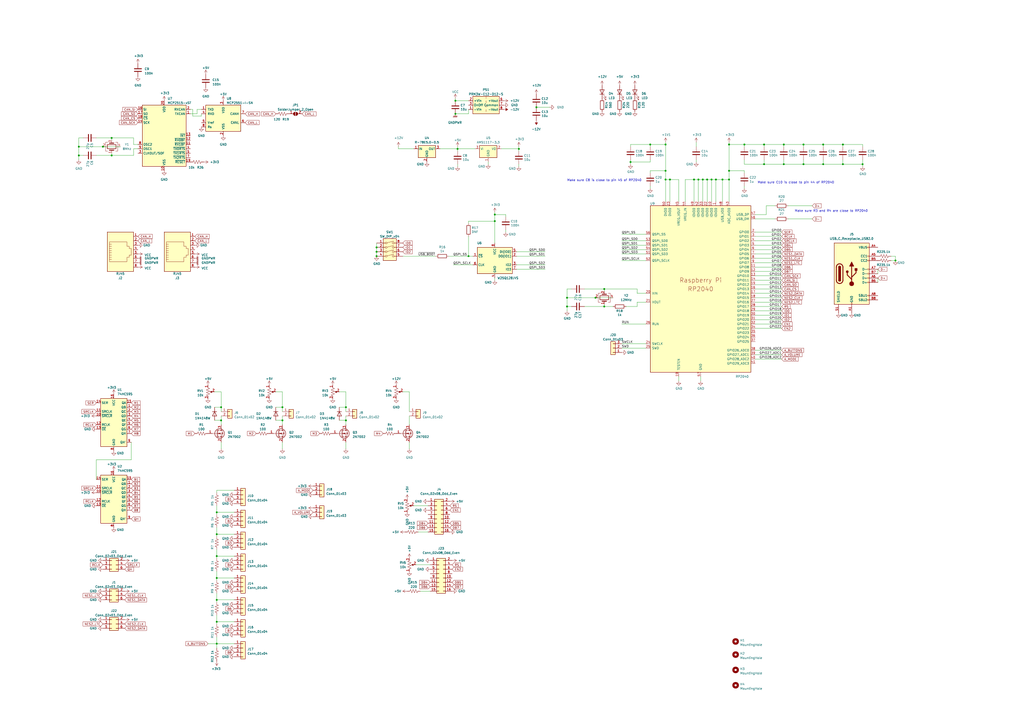
<source format=kicad_sch>
(kicad_sch (version 20230121) (generator eeschema)
  (paper "A2")
  (junction (at 271.78 148.59))
  (junction (at 377.19 83.82))
  (junction (at 477.52 95.25))
  (junction (at 410.21 104.14))
  (junction (at 443.23 95.25))
  (junction (at 422.91 99.06))
  (junction (at 412.75 104.14))
  (junction (at 350.52 167.64))
  (junction (at 218.44 143.51))
  (junction (at 200.66 243.84))
  (junction (at 125.73 309.88))
  (junction (at 125.73 373.38))
  (junction (at 125.73 297.18))
  (junction (at 415.29 104.14))
  (junction (at 128.27 236.22))
  (junction (at 345.44 172.72))
  (junction (at 311.15 62.23))
  (junction (at 287.02 128.27))
  (junction (at 125.73 347.98))
  (junction (at 466.09 95.25))
  (junction (at 386.08 83.82))
  (junction (at 419.1 104.14))
  (junction (at 264.16 58.42))
  (junction (at 200.66 236.22))
  (junction (at 128.27 243.84))
  (junction (at 125.73 360.68))
  (junction (at 328.93 177.8))
  (junction (at 365.76 93.98))
  (junction (at 300.99 86.36))
  (junction (at 431.8 83.82))
  (junction (at 519.43 151.13))
  (junction (at 407.67 104.14))
  (junction (at 405.13 104.14))
  (junction (at 328.93 172.72))
  (junction (at 59.69 85.09))
  (junction (at 422.91 83.82))
  (junction (at 264.16 66.04))
  (junction (at 350.52 177.8))
  (junction (at 64.77 80.01))
  (junction (at 287.02 124.46))
  (junction (at 218.44 148.59))
  (junction (at 163.83 243.84))
  (junction (at 454.66 95.25))
  (junction (at 218.44 146.05))
  (junction (at 488.95 83.82))
  (junction (at 163.83 236.22))
  (junction (at 45.72 85.09))
  (junction (at 488.95 95.25))
  (junction (at 386.08 104.14))
  (junction (at 454.66 83.82))
  (junction (at 402.59 104.14))
  (junction (at 443.23 83.82))
  (junction (at 466.09 83.82))
  (junction (at 388.62 104.14))
  (junction (at 477.52 83.82))
  (junction (at 386.08 99.06))
  (junction (at 422.91 104.14))
  (junction (at 265.43 86.36))
  (junction (at 125.73 322.58))
  (junction (at 125.73 335.28))
  (junction (at 500.38 95.25))
  (junction (at 64.77 90.17))
  (junction (at 45.72 90.17))
  (wire (pts (xy 454.66 83.82) (xy 466.09 83.82)))
  (wire (pts (xy 397.51 116.84) (xy 397.51 104.14)))
  (wire (pts (xy 438.15 165.1) (xy 453.39 165.1)))
  (wire (pts (xy 135.89 284.48) (xy 125.73 284.48)))
  (wire (pts (xy 350.52 167.64) (xy 369.57 167.64)))
  (wire (pts (xy 116.84 67.31) (xy 116.84 66.04)))
  (wire (pts (xy 293.37 125.73) (xy 293.37 124.46)))
  (wire (pts (xy 299.72 156.21) (xy 316.23 156.21)))
  (wire (pts (xy 300.99 87.63) (xy 300.99 86.36)))
  (wire (pts (xy 128.27 243.84) (xy 124.46 243.84)))
  (wire (pts (xy 360.68 144.78) (xy 374.65 144.78)))
  (wire (pts (xy 431.8 83.82) (xy 443.23 83.82)))
  (wire (pts (xy 218.44 143.51) (xy 218.44 146.05)))
  (wire (pts (xy 200.66 227.33) (xy 200.66 236.22)))
  (wire (pts (xy 443.23 92.71) (xy 443.23 95.25)))
  (wire (pts (xy 64.77 80.01) (xy 64.77 81.28)))
  (wire (pts (xy 55.88 80.01) (xy 64.77 80.01)))
  (wire (pts (xy 365.76 85.09) (xy 365.76 83.82)))
  (wire (pts (xy 388.62 104.14) (xy 386.08 104.14)))
  (wire (pts (xy 300.99 95.25) (xy 300.99 96.52)))
  (wire (pts (xy 365.76 93.98) (xy 365.76 95.25)))
  (wire (pts (xy 128.27 236.22) (xy 124.46 236.22)))
  (wire (pts (xy 275.59 86.36) (xy 265.43 86.36)))
  (wire (pts (xy 77.47 90.17) (xy 64.77 90.17)))
  (wire (pts (xy 125.73 369.57) (xy 125.73 373.38)))
  (wire (pts (xy 77.47 80.01) (xy 64.77 80.01)))
  (wire (pts (xy 125.73 344.17) (xy 125.73 347.98)))
  (wire (pts (xy 125.73 297.18) (xy 125.73 298.45)))
  (wire (pts (xy 374.65 199.39) (xy 360.68 199.39)))
  (wire (pts (xy 77.47 83.82) (xy 77.47 80.01)))
  (wire (pts (xy 488.95 95.25) (xy 500.38 95.25)))
  (wire (pts (xy 402.59 104.14) (xy 405.13 104.14)))
  (wire (pts (xy 516.89 151.13) (xy 519.43 151.13)))
  (wire (pts (xy 431.8 107.95) (xy 431.8 109.22)))
  (wire (pts (xy 111.76 63.5) (xy 111.76 67.31)))
  (wire (pts (xy 466.09 83.82) (xy 477.52 83.82)))
  (wire (pts (xy 241.3 327.66) (xy 249.555 327.66)))
  (wire (pts (xy 80.01 83.82) (xy 77.47 83.82)))
  (wire (pts (xy 360.68 147.32) (xy 374.65 147.32)))
  (wire (pts (xy 500.38 92.71) (xy 500.38 95.25)))
  (wire (pts (xy 231.14 86.36) (xy 240.03 86.36)))
  (wire (pts (xy 509.27 161.29) (xy 509.27 163.83)))
  (wire (pts (xy 125.73 373.38) (xy 135.89 373.38)))
  (wire (pts (xy 125.73 347.98) (xy 125.73 349.25)))
  (wire (pts (xy 431.8 92.71) (xy 431.8 95.25)))
  (wire (pts (xy 163.83 243.84) (xy 160.02 243.84)))
  (wire (pts (xy 519.43 148.59) (xy 519.43 151.13)))
  (wire (pts (xy 477.52 85.09) (xy 477.52 83.82)))
  (wire (pts (xy 328.93 167.64) (xy 328.93 172.72)))
  (wire (pts (xy 422.91 104.14) (xy 422.91 116.84)))
  (wire (pts (xy 328.93 172.72) (xy 345.44 172.72)))
  (wire (pts (xy 271.78 129.54) (xy 271.78 128.27)))
  (wire (pts (xy 393.7 218.44) (xy 393.7 220.98)))
  (wire (pts (xy 488.95 83.82) (xy 500.38 83.82)))
  (wire (pts (xy 45.72 80.01) (xy 48.26 80.01)))
  (wire (pts (xy 386.08 99.06) (xy 386.08 104.14)))
  (wire (pts (xy 125.73 322.58) (xy 135.89 322.58)))
  (wire (pts (xy 444.5 119.38) (xy 444.5 124.46)))
  (wire (pts (xy 243.84 342.9) (xy 249.555 342.9)))
  (wire (pts (xy 200.66 241.3) (xy 200.66 243.84)))
  (wire (pts (xy 345.44 172.72) (xy 355.6 172.72)))
  (wire (pts (xy 443.23 95.25) (xy 431.8 95.25)))
  (wire (pts (xy 500.38 85.09) (xy 500.38 83.82)))
  (wire (pts (xy 45.72 85.09) (xy 45.72 90.17)))
  (wire (pts (xy 454.66 85.09) (xy 454.66 83.82)))
  (wire (pts (xy 438.15 152.4) (xy 453.39 152.4)))
  (wire (pts (xy 45.72 85.09) (xy 59.69 85.09)))
  (wire (pts (xy 128.27 227.33) (xy 128.27 236.22)))
  (wire (pts (xy 454.66 95.25) (xy 443.23 95.25)))
  (wire (pts (xy 407.67 104.14) (xy 410.21 104.14)))
  (wire (pts (xy 457.2 119.38) (xy 471.17 119.38)))
  (wire (pts (xy 438.15 180.34) (xy 453.39 180.34)))
  (wire (pts (xy 293.37 124.46) (xy 287.02 124.46)))
  (wire (pts (xy 454.66 92.71) (xy 454.66 95.25)))
  (wire (pts (xy 196.85 227.33) (xy 200.66 227.33)))
  (wire (pts (xy 55.88 266.7) (xy 55.88 278.13)))
  (wire (pts (xy 422.91 99.06) (xy 422.91 104.14)))
  (wire (pts (xy 405.13 116.84) (xy 405.13 104.14)))
  (wire (pts (xy 265.43 95.25) (xy 265.43 96.52)))
  (wire (pts (xy 393.7 104.14) (xy 388.62 104.14)))
  (wire (pts (xy 265.43 87.63) (xy 265.43 86.36)))
  (wire (pts (xy 262.89 153.67) (xy 274.32 153.67)))
  (wire (pts (xy 438.15 185.42) (xy 453.39 185.42)))
  (wire (pts (xy 331.47 167.64) (xy 328.93 167.64)))
  (wire (pts (xy 438.15 137.16) (xy 453.39 137.16)))
  (wire (pts (xy 438.15 187.96) (xy 453.39 187.96)))
  (wire (pts (xy 388.62 116.84) (xy 388.62 104.14)))
  (wire (pts (xy 163.83 241.3) (xy 163.83 243.84)))
  (wire (pts (xy 438.15 139.7) (xy 453.39 139.7)))
  (wire (pts (xy 125.73 318.77) (xy 125.73 322.58)))
  (wire (pts (xy 283.21 93.98) (xy 283.21 95.25)))
  (wire (pts (xy 163.83 227.33) (xy 163.83 236.22)))
  (wire (pts (xy 125.73 306.07) (xy 125.73 309.88)))
  (wire (pts (xy 125.73 356.87) (xy 125.73 360.68)))
  (wire (pts (xy 45.72 90.17) (xy 48.26 90.17)))
  (wire (pts (xy 405.13 104.14) (xy 407.67 104.14)))
  (wire (pts (xy 264.16 57.15) (xy 264.16 58.42)))
  (wire (pts (xy 438.15 149.86) (xy 453.39 149.86)))
  (wire (pts (xy 45.72 90.17) (xy 45.72 92.71)))
  (wire (pts (xy 377.19 83.82) (xy 386.08 83.82)))
  (wire (pts (xy 328.93 172.72) (xy 328.93 177.8)))
  (wire (pts (xy 290.83 86.36) (xy 300.99 86.36)))
  (wire (pts (xy 386.08 83.82) (xy 386.08 99.06)))
  (wire (pts (xy 403.86 82.55) (xy 403.86 85.09)))
  (wire (pts (xy 163.83 256.54) (xy 163.83 260.35)))
  (wire (pts (xy 299.72 148.59) (xy 316.23 148.59)))
  (wire (pts (xy 350.52 168.91) (xy 350.52 167.64)))
  (wire (pts (xy 128.27 243.84) (xy 128.27 246.38)))
  (wire (pts (xy 365.76 93.98) (xy 377.19 93.98)))
  (wire (pts (xy 160.02 227.33) (xy 163.83 227.33)))
  (wire (pts (xy 422.91 83.82) (xy 422.91 99.06)))
  (wire (pts (xy 438.15 172.72) (xy 453.39 172.72)))
  (wire (pts (xy 363.22 177.8) (xy 369.57 177.8)))
  (wire (pts (xy 477.52 83.82) (xy 488.95 83.82)))
  (wire (pts (xy 233.68 148.59) (xy 252.73 148.59)))
  (wire (pts (xy 125.73 293.37) (xy 125.73 297.18)))
  (wire (pts (xy 406.4 218.44) (xy 406.4 220.98)))
  (wire (pts (xy 377.19 85.09) (xy 377.19 83.82)))
  (wire (pts (xy 410.21 116.84) (xy 410.21 104.14)))
  (wire (pts (xy 237.49 227.33) (xy 237.49 238.76)))
  (wire (pts (xy 135.89 309.88) (xy 125.73 309.88)))
  (wire (pts (xy 218.44 140.97) (xy 218.44 143.51)))
  (wire (pts (xy 237.49 256.54) (xy 237.49 260.35)))
  (wire (pts (xy 287.02 124.46) (xy 287.02 128.27)))
  (wire (pts (xy 415.29 104.14) (xy 419.1 104.14)))
  (wire (pts (xy 374.65 175.26) (xy 369.57 175.26)))
  (wire (pts (xy 377.19 99.06) (xy 386.08 99.06)))
  (wire (pts (xy 125.73 335.28) (xy 125.73 336.55)))
  (wire (pts (xy 125.73 373.38) (xy 125.73 375.92)))
  (wire (pts (xy 415.29 104.14) (xy 415.29 116.84)))
  (wire (pts (xy 125.73 297.18) (xy 135.89 297.18)))
  (wire (pts (xy 438.15 157.48) (xy 453.39 157.48)))
  (wire (pts (xy 438.15 170.18) (xy 453.39 170.18)))
  (wire (pts (xy 369.57 175.26) (xy 369.57 177.8)))
  (wire (pts (xy 509.27 156.21) (xy 509.27 158.75)))
  (wire (pts (xy 163.83 243.84) (xy 163.83 246.38)))
  (wire (pts (xy 477.52 92.71) (xy 477.52 95.25)))
  (wire (pts (xy 200.66 236.22) (xy 196.85 236.22)))
  (wire (pts (xy 386.08 104.14) (xy 386.08 116.84)))
  (wire (pts (xy 410.21 104.14) (xy 412.75 104.14)))
  (wire (pts (xy 287.02 123.19) (xy 287.02 124.46)))
  (wire (pts (xy 128.27 241.3) (xy 128.27 243.84)))
  (wire (pts (xy 369.57 170.18) (xy 374.65 170.18)))
  (wire (pts (xy 412.75 116.84) (xy 412.75 104.14)))
  (wire (pts (xy 488.95 92.71) (xy 488.95 95.25)))
  (wire (pts (xy 403.86 92.71) (xy 403.86 93.98)))
  (wire (pts (xy 114.3 66.04) (xy 114.3 63.5)))
  (wire (pts (xy 360.68 142.24) (xy 374.65 142.24)))
  (wire (pts (xy 260.35 148.59) (xy 271.78 148.59)))
  (wire (pts (xy 328.93 177.8) (xy 328.93 180.34)))
  (wire (pts (xy 438.15 160.02) (xy 453.39 160.02)))
  (wire (pts (xy 237.49 241.3) (xy 237.49 246.38)))
  (wire (pts (xy 120.65 373.38) (xy 125.73 373.38)))
  (wire (pts (xy 360.68 139.7) (xy 374.65 139.7)))
  (wire (pts (xy 128.27 238.76) (xy 128.27 236.22)))
  (wire (pts (xy 242.57 308.61) (xy 248.285 308.61)))
  (wire (pts (xy 125.73 284.48) (xy 125.73 285.75)))
  (wire (pts (xy 287.02 128.27) (xy 287.02 140.97)))
  (wire (pts (xy 271.78 137.16) (xy 271.78 148.59)))
  (wire (pts (xy 377.19 107.95) (xy 377.19 109.22)))
  (wire (pts (xy 374.65 151.13) (xy 360.68 151.13)))
  (wire (pts (xy 438.15 167.64) (xy 453.39 167.64)))
  (wire (pts (xy 374.65 135.89) (xy 360.68 135.89)))
  (wire (pts (xy 163.83 236.22) (xy 160.02 236.22)))
  (wire (pts (xy 331.47 177.8) (xy 328.93 177.8)))
  (wire (pts (xy 264.16 58.42) (xy 271.78 58.42)))
  (wire (pts (xy 374.65 201.93) (xy 360.68 201.93)))
  (wire (pts (xy 45.72 80.01) (xy 45.72 85.09)))
  (wire (pts (xy 271.78 66.04) (xy 264.16 66.04)))
  (wire (pts (xy 111.76 67.31) (xy 116.84 67.31)))
  (wire (pts (xy 438.15 205.74) (xy 453.39 205.74)))
  (wire (pts (xy 419.1 116.84) (xy 419.1 104.14)))
  (wire (pts (xy 233.68 227.33) (xy 237.49 227.33)))
  (wire (pts (xy 438.15 124.46) (xy 444.5 124.46)))
  (wire (pts (xy 438.15 162.56) (xy 453.39 162.56)))
  (wire (pts (xy 443.23 85.09) (xy 443.23 83.82)))
  (wire (pts (xy 300.99 86.36) (xy 300.99 85.09)))
  (wire (pts (xy 438.15 147.32) (xy 453.39 147.32)))
  (wire (pts (xy 438.15 190.5) (xy 453.39 190.5)))
  (wire (pts (xy 271.78 128.27) (xy 287.02 128.27)))
  (wire (pts (xy 369.57 170.18) (xy 369.57 167.64)))
  (wire (pts (xy 339.09 177.8) (xy 350.52 177.8)))
  (wire (pts (xy 393.7 116.84) (xy 393.7 104.14)))
  (wire (pts (xy 350.52 177.8) (xy 355.6 177.8)))
  (wire (pts (xy 407.67 116.84) (xy 407.67 104.14)))
  (wire (pts (xy 377.19 100.33) (xy 377.19 99.06)))
  (wire (pts (xy 500.38 95.25) (xy 500.38 96.52)))
  (wire (pts (xy 125.73 360.68) (xy 125.73 361.95)))
  (wire (pts (xy 124.46 227.33) (xy 128.27 227.33)))
  (wire (pts (xy 438.15 177.8) (xy 453.39 177.8)))
  (wire (pts (xy 402.59 116.84) (xy 402.59 104.14)))
  (wire (pts (xy 431.8 85.09) (xy 431.8 83.82)))
  (wire (pts (xy 110.49 66.04) (xy 114.3 66.04)))
  (wire (pts (xy 365.76 92.71) (xy 365.76 93.98)))
  (wire (pts (xy 419.1 104.14) (xy 422.91 104.14)))
  (wire (pts (xy 80.01 86.36) (xy 77.47 86.36)))
  (wire (pts (xy 397.51 104.14) (xy 402.59 104.14)))
  (wire (pts (xy 76.2 256.54) (xy 76.2 266.7)))
  (wire (pts (xy 125.73 309.88) (xy 125.73 311.15)))
  (wire (pts (xy 438.15 142.24) (xy 453.39 142.24)))
  (wire (pts (xy 438.15 144.78) (xy 453.39 144.78)))
  (wire (pts (xy 477.52 95.25) (xy 466.09 95.25)))
  (wire (pts (xy 466.09 92.71) (xy 466.09 95.25)))
  (wire (pts (xy 365.76 83.82) (xy 377.19 83.82)))
  (wire (pts (xy 125.73 347.98) (xy 135.89 347.98)))
  (wire (pts (xy 231.14 85.09) (xy 231.14 86.36)))
  (wire (pts (xy 265.43 85.09) (xy 265.43 86.36)))
  (wire (pts (xy 271.78 63.5) (xy 271.78 66.04)))
  (wire (pts (xy 200.66 256.54) (xy 200.66 260.35)))
  (wire (pts (xy 128.27 256.54) (xy 128.27 260.35)))
  (wire (pts (xy 110.49 63.5) (xy 111.76 63.5)))
  (wire (pts (xy 519.43 148.59) (xy 516.89 148.59)))
  (wire (pts (xy 350.52 176.53) (xy 350.52 177.8)))
  (wire (pts (xy 240.03 293.37) (xy 248.285 293.37)))
  (wire (pts (xy 163.83 238.76) (xy 163.83 236.22)))
  (wire (pts (xy 76.2 266.7) (xy 55.88 266.7)))
  (wire (pts (xy 438.15 203.2) (xy 453.39 203.2)))
  (wire (pts (xy 218.44 146.05) (xy 218.44 148.59)))
  (wire (pts (xy 438.15 134.62) (xy 453.39 134.62)))
  (wire (pts (xy 412.75 104.14) (xy 415.29 104.14)))
  (wire (pts (xy 77.47 86.36) (xy 77.47 90.17)))
  (wire (pts (xy 55.88 90.17) (xy 64.77 90.17)))
  (wire (pts (xy 59.69 85.09) (xy 69.85 85.09)))
  (wire (pts (xy 438.15 208.28) (xy 453.39 208.28)))
  (wire (pts (xy 318.77 62.23) (xy 311.15 62.23)))
  (wire (pts (xy 200.66 243.84) (xy 196.85 243.84)))
  (wire (pts (xy 293.37 133.35) (xy 293.37 134.62)))
  (wire (pts (xy 125.73 331.47) (xy 125.73 335.28)))
  (wire (pts (xy 271.78 148.59) (xy 274.32 148.59)))
  (wire (pts (xy 422.91 83.82) (xy 431.8 83.82)))
  (wire (pts (xy 438.15 154.94) (xy 453.39 154.94)))
  (wire (pts (xy 125.73 335.28) (xy 135.89 335.28)))
  (wire (pts (xy 287.02 161.29) (xy 287.02 162.56)))
  (wire (pts (xy 488.95 85.09) (xy 488.95 83.82)))
  (wire (pts (xy 377.19 93.98) (xy 377.19 92.71)))
  (wire (pts (xy 431.8 100.33) (xy 431.8 99.06)))
  (wire (pts (xy 255.27 86.36) (xy 265.43 86.36)))
  (wire (pts (xy 444.5 119.38) (xy 449.58 119.38)))
  (wire (pts (xy 114.3 63.5) (xy 116.84 63.5)))
  (wire (pts (xy 299.72 146.05) (xy 316.23 146.05)))
  (wire (pts (xy 438.15 127) (xy 449.58 127)))
  (wire (pts (xy 125.73 322.58) (xy 125.73 323.85)))
  (wire (pts (xy 443.23 83.82) (xy 454.66 83.82)))
  (wire (pts (xy 386.08 82.55) (xy 386.08 83.82)))
  (wire (pts (xy 422.91 82.55) (xy 422.91 83.82)))
  (wire (pts (xy 438.15 175.26) (xy 453.39 175.26)))
  (wire (pts (xy 339.09 167.64) (xy 350.52 167.64)))
  (wire (pts (xy 374.65 187.96) (xy 360.68 187.96)))
  (wire (pts (xy 422.91 99.06) (xy 431.8 99.06)))
  (wire (pts (xy 200.66 243.84) (xy 200.66 246.38)))
  (wire (pts (xy 457.2 127) (xy 471.17 127)))
  (wire (pts (xy 200.66 238.76) (xy 200.66 236.22)))
  (wire (pts (xy 466.09 85.09) (xy 466.09 83.82)))
  (wire (pts (xy 488.95 95.25) (xy 477.52 95.25)))
  (wire (pts (xy 299.72 153.67) (xy 316.23 153.67)))
  (wire (pts (xy 438.15 182.88) (xy 453.39 182.88)))
  (wire (pts (xy 64.77 90.17) (xy 64.77 88.9)))
  (wire (pts (xy 125.73 360.68) (xy 135.89 360.68)))
  (wire (pts (xy 466.09 95.25) (xy 454.66 95.25)))
  (text "Make sure C8 is close to pin 45 of RP2040" (at 328.93 105.41 0) (effects (font (size 1.27 1.27)) (justify left bottom)))
  (text "Make sure R3 and R4 are close to RP2040" (at 461.01 123.19 0) (effects (font (size 1.27 1.27)) (justify left bottom)))
  (text "Make sure C10 is close to pin 44 of RP2040" (at 439.42 106.68 0) (effects (font (size 1.27 1.27)) (justify left bottom)))
  (label "GPIO11" (at 453.39 162.56 180))
  (label "QSPI_SD3" (at 360.68 147.32 0))
  (label "QSPI_SS" (at 262.89 148.59 0))
  (label "QSPI_SD2" (at 360.68 144.78 0))
  (label "GPIO14" (at 453.39 170.18 180))
  (label "GPIO9" (at 453.39 157.48 180))
  (label "GPIO19" (at 453.39 182.88 180))
  (label "QSPI_SS" (at 360.68 135.89 0))
  (label "GPIO6" (at 453.39 149.86 180))
  (label "GPIO10" (at 453.39 160.02 180))
  (label "GPIO26_ADC0" (at 453.39 203.2 180))
  (label "GPIO5" (at 453.39 147.32 180))
  (label "GPIO2" (at 453.39 139.7 180))
  (label "QSPI_SD2" (at 316.23 153.67 180))
  (label "QSPI_SD3" (at 316.23 156.21 180))
  (label "SWCLK" (at 360.68 199.39 0))
  (label "GPIO13" (at 453.39 167.64 180))
  (label "GPIO12" (at 453.39 165.1 180))
  (label "QSPI_SD0" (at 360.68 139.7 0))
  (label "GPIO17" (at 453.39 177.8 180))
  (label "GPIO21" (at 453.39 187.96 180))
  (label "GPIO15" (at 453.39 172.72 180))
  (label "~{USB_BOOT}" (at 242.57 148.59 0))
  (label "RUN" (at 360.68 187.96 0))
  (label "QSPI_SCLK" (at 262.89 153.67 0))
  (label "GPIO0" (at 453.39 134.62 180))
  (label "GPIO7" (at 453.39 152.4 180))
  (label "GPIO18" (at 453.39 180.34 180))
  (label "GPIO16" (at 453.39 175.26 180))
  (label "SWD" (at 360.68 201.93 0))
  (label "GPIO1" (at 453.39 137.16 180))
  (label "GPIO3" (at 453.39 142.24 180))
  (label "GPIO27_ADC1" (at 453.39 205.74 180))
  (label "GPIO28_ADC2" (at 453.39 208.28 180))
  (label "GPIO4" (at 453.39 144.78 180))
  (label "QSPI_SD1" (at 360.68 142.24 0))
  (label "GPIO20" (at 453.39 185.42 180))
  (label "GPIO22" (at 453.39 190.5 180))
  (label "QSPI_SD1" (at 316.23 148.59 180))
  (label "QSPI_SD0" (at 316.23 146.05 180))
  (label "QSPI_SCLK" (at 360.68 151.13 0))
  (label "GPIO8" (at 453.39 154.94 180))
  (global_label "SER" (shape input) (at 55.88 233.68 180) (property "Intersheetrefs" "${INTERSHEET_REFS}" (effects hide)))
  (global_label "CAN_SO" (shape input) (at 80.01 66.04 180) (property "Intersheetrefs" "${INTERSHEET_REFS}" (effects hide)))
  (global_label "DB4" (shape input) (at 248.285 303.53 180) (property "Intersheetrefs" "${INTERSHEET_REFS}" (effects hide)))
  (global_label "CAN_CS" (shape input) (at 453.39 167.64 0) (property "Intersheetrefs" "${INTERSHEET_REFS}" (effects hide)))
  (global_label "CAN_SO" (shape input) (at 453.39 165.1 0) (property "Intersheetrefs" "${INTERSHEET_REFS}" (effects hide)))
  (global_label "NES2_DATA" (shape input) (at 453.39 170.18 0) (property "Intersheetrefs" "${INTERSHEET_REFS}" (effects hide)))
  (global_label "B3" (shape input) (at 76.2 283.21 0) (property "Intersheetrefs" "${INTERSHEET_REFS}" (effects hide)))
  (global_label "M4" (shape input) (at 76.2 241.3 0) (property "Intersheetrefs" "${INTERSHEET_REFS}" (effects hide)))
  (global_label "RS" (shape input) (at 453.39 177.8 0) (property "Intersheetrefs" "${INTERSHEET_REFS}" (effects hide)))
  (global_label "B3" (shape input) (at 135.89 314.96 180) (property "Intersheetrefs" "${INTERSHEET_REFS}" (effects hide)))
  (global_label "EN1" (shape input) (at 260.985 295.91 0) (property "Intersheetrefs" "${INTERSHEET_REFS}" (effects hide)))
  (global_label "B4" (shape input) (at 135.89 327.66 180) (property "Intersheetrefs" "${INTERSHEET_REFS}" (effects hide)))
  (global_label "B7" (shape input) (at 76.2 293.37 0) (property "Intersheetrefs" "${INTERSHEET_REFS}" (effects hide)))
  (global_label "A_BUTTONS" (shape input) (at 120.65 373.38 180) (property "Intersheetrefs" "${INTERSHEET_REFS}" (effects hide)))
  (global_label "B5" (shape input) (at 76.2 288.29 0) (property "Intersheetrefs" "${INTERSHEET_REFS}" (effects hide)))
  (global_label "CAN_H" (shape input) (at 142.24 66.04 0) (property "Intersheetrefs" "${INTERSHEET_REFS}" (effects hide)))
  (global_label "CAN_L" (shape input) (at 142.24 71.12 0) (property "Intersheetrefs" "${INTERSHEET_REFS}" (effects hide)))
  (global_label "CAN_SI" (shape input) (at 80.01 63.5 180) (property "Intersheetrefs" "${INTERSHEET_REFS}" (effects hide)))
  (global_label "SRCLK" (shape input) (at 55.88 283.21 180) (property "Intersheetrefs" "${INTERSHEET_REFS}" (effects hide)))
  (global_label "RS" (shape input) (at 262.255 327.66 0) (property "Intersheetrefs" "${INTERSHEET_REFS}" (effects hide)))
  (global_label "RCLK" (shape input) (at 55.88 246.38 180) (property "Intersheetrefs" "${INTERSHEET_REFS}" (effects hide)))
  (global_label "DB5" (shape input) (at 262.255 337.82 0) (property "Intersheetrefs" "${INTERSHEET_REFS}" (effects hide)))
  (global_label "M7" (shape input) (at 76.2 248.92 0) (property "Intersheetrefs" "${INTERSHEET_REFS}" (effects hide)))
  (global_label "CAN_SCK" (shape input) (at 453.39 160.02 0) (property "Intersheetrefs" "${INTERSHEET_REFS}" (effects hide)))
  (global_label "ID0" (shape input) (at 453.39 180.34 0) (property "Intersheetrefs" "${INTERSHEET_REFS}" (effects hide)))
  (global_label "EN1" (shape input) (at 453.39 187.96 0) (property "Intersheetrefs" "${INTERSHEET_REFS}" (effects hide)))
  (global_label "CAN_H" (shape input) (at 113.03 137.16 0) (property "Intersheetrefs" "${INTERSHEET_REFS}" (effects hide)))
  (global_label "CAN_L" (shape input) (at 175.26 66.04 0) (property "Intersheetrefs" "${INTERSHEET_REFS}" (effects hide)))
  (global_label "M2" (shape input) (at 148.59 251.46 180) (property "Intersheetrefs" "${INTERSHEET_REFS}" (effects hide)))
  (global_label "D-" (shape input) (at 509.27 156.21 0) (property "Intersheetrefs" "${INTERSHEET_REFS}" (effects hide)))
  (global_label "D+" (shape input) (at 509.27 161.29 0) (property "Intersheetrefs" "${INTERSHEET_REFS}" (effects hide)))
  (global_label "B6" (shape input) (at 76.2 290.83 0) (property "Intersheetrefs" "${INTERSHEET_REFS}" (effects hide)))
  (global_label "NES2_LTC" (shape input) (at 59.69 361.95 180) (property "Intersheetrefs" "${INTERSHEET_REFS}" (effects hide)))
  (global_label "NES1_CLK" (shape input) (at 453.39 149.86 0) (property "Intersheetrefs" "${INTERSHEET_REFS}" (effects hide)))
  (global_label "B8" (shape input) (at 76.2 295.91 0) (property "Intersheetrefs" "${INTERSHEET_REFS}" (effects hide)))
  (global_label "D-" (shape input) (at 471.17 127 0) (property "Intersheetrefs" "${INTERSHEET_REFS}" (effects hide)))
  (global_label "M3" (shape input) (at 185.42 251.46 180) (property "Intersheetrefs" "${INTERSHEET_REFS}" (effects hide)))
  (global_label "QH" (shape input) (at 76.2 300.99 0) (property "Intersheetrefs" "${INTERSHEET_REFS}" (effects hide)))
  (global_label "ID2" (shape input) (at 453.39 185.42 0) (property "Intersheetrefs" "${INTERSHEET_REFS}" (effects hide)))
  (global_label "SER" (shape input) (at 453.39 134.62 0) (property "Intersheetrefs" "${INTERSHEET_REFS}" (effects hide)))
  (global_label "NES2_LTC" (shape input) (at 453.39 175.26 0) (property "Intersheetrefs" "${INTERSHEET_REFS}" (effects hide)))
  (global_label "DB4" (shape input) (at 453.39 142.24 0) (property "Intersheetrefs" "${INTERSHEET_REFS}" (effects hide)))
  (global_label "CAN_SI" (shape input) (at 453.39 162.56 0) (property "Intersheetrefs" "${INTERSHEET_REFS}" (effects hide)))
  (global_label "B2" (shape input) (at 76.2 280.67 0) (property "Intersheetrefs" "${INTERSHEET_REFS}" (effects hide)))
  (global_label "NES2_CLK" (shape input) (at 72.39 361.95 0) (property "Intersheetrefs" "${INTERSHEET_REFS}" (effects hide)))
  (global_label "ID1" (shape input) (at 453.39 182.88 0) (property "Intersheetrefs" "${INTERSHEET_REFS}" (effects hide)))
  (global_label "DB7" (shape input) (at 262.255 340.36 0) (property "Intersheetrefs" "${INTERSHEET_REFS}" (effects hide)))
  (global_label "DB6" (shape input) (at 248.285 306.07 180) (property "Intersheetrefs" "${INTERSHEET_REFS}" (effects hide)))
  (global_label "D+" (shape input) (at 471.17 119.38 0) (property "Intersheetrefs" "${INTERSHEET_REFS}" (effects hide)))
  (global_label "CAN_L" (shape input) (at 80.01 139.7 0) (property "Intersheetrefs" "${INTERSHEET_REFS}" (effects hide)))
  (global_label "M4" (shape input) (at 222.25 251.46 180) (property "Intersheetrefs" "${INTERSHEET_REFS}" (effects hide)))
  (global_label "NES1_DATA" (shape input) (at 453.39 147.32 0) (property "Intersheetrefs" "${INTERSHEET_REFS}" (effects hide)))
  (global_label "ID2" (shape input) (at 233.68 146.05 0) (property "Intersheetrefs" "${INTERSHEET_REFS}" (effects hide)))
  (global_label "A_VOLUME" (shape input) (at 453.39 205.74 0) (property "Intersheetrefs" "${INTERSHEET_REFS}" (effects hide)))
  (global_label "B6" (shape input) (at 135.89 353.06 180) (property "Intersheetrefs" "${INTERSHEET_REFS}" (effects hide)))
  (global_label "M3" (shape input) (at 76.2 238.76 0) (property "Intersheetrefs" "${INTERSHEET_REFS}" (effects hide)))
  (global_label "M5" (shape input) (at 76.2 243.84 0) (property "Intersheetrefs" "${INTERSHEET_REFS}" (effects hide)))
  (global_label "NES1_LTC" (shape input) (at 59.69 345.44 180) (property "Intersheetrefs" "${INTERSHEET_REFS}" (effects hide)))
  (global_label "B2" (shape input) (at 135.89 302.26 180) (property "Intersheetrefs" "${INTERSHEET_REFS}" (effects hide)))
  (global_label "M2" (shape input) (at 76.2 236.22 0) (property "Intersheetrefs" "${INTERSHEET_REFS}" (effects hide)))
  (global_label "A_MODE" (shape input) (at 181.61 284.48 180) (property "Intersheetrefs" "${INTERSHEET_REFS}" (effects hide)))
  (global_label "SRCLK" (shape input) (at 453.39 139.7 0) (property "Intersheetrefs" "${INTERSHEET_REFS}" (effects hide)))
  (global_label "RS" (shape input) (at 260.985 293.37 0) (property "Intersheetrefs" "${INTERSHEET_REFS}" (effects hide)))
  (global_label "M6" (shape input) (at 76.2 246.38 0) (property "Intersheetrefs" "${INTERSHEET_REFS}" (effects hide)))
  (global_label "RCLK" (shape input) (at 453.39 137.16 0) (property "Intersheetrefs" "${INTERSHEET_REFS}" (effects hide)))
  (global_label "CAN_SCK" (shape input) (at 80.01 71.12 180) (property "Intersheetrefs" "${INTERSHEET_REFS}" (effects hide)))
  (global_label "DB7" (shape input) (at 260.985 306.07 0) (property "Intersheetrefs" "${INTERSHEET_REFS}" (effects hide)))
  (global_label "B1" (shape input) (at 76.2 278.13 0) (property "Intersheetrefs" "${INTERSHEET_REFS}" (effects hide)))
  (global_label "EN2" (shape input) (at 453.39 190.5 0) (property "Intersheetrefs" "${INTERSHEET_REFS}" (effects hide)))
  (global_label "NES1_DATA" (shape input) (at 72.39 347.98 0) (property "Intersheetrefs" "${INTERSHEET_REFS}" (effects hide)))
  (global_label "DB6" (shape input) (at 249.555 340.36 180) (property "Intersheetrefs" "${INTERSHEET_REFS}" (effects hide)))
  (global_label "QH" (shape input) (at 72.39 330.2 0) (property "Intersheetrefs" "${INTERSHEET_REFS}" (effects hide)))
  (global_label "SRCLK" (shape input) (at 72.39 327.66 0) (property "Intersheetrefs" "${INTERSHEET_REFS}" (effects hide)))
  (global_label "A_VOLUME" (shape input) (at 181.61 297.18 180) (property "Intersheetrefs" "${INTERSHEET_REFS}" (effects hide)))
  (global_label "CAN_L" (shape input) (at 113.03 139.7 0) (property "Intersheetrefs" "${INTERSHEET_REFS}" (effects hide)))
  (global_label "B4" (shape input) (at 76.2 285.75 0) (property "Intersheetrefs" "${INTERSHEET_REFS}" (effects hide)))
  (global_label "M1" (shape input) (at 113.03 251.46 180) (property "Intersheetrefs" "${INTERSHEET_REFS}" (effects hide)))
  (global_label "M1" (shape input) (at 76.2 233.68 0) (property "Intersheetrefs" "${INTERSHEET_REFS}" (effects hide)))
  (global_label "EN2" (shape input) (at 262.255 330.2 0) (property "Intersheetrefs" "${INTERSHEET_REFS}" (effects hide)))
  (global_label "SRCLK" (shape input) (at 55.88 238.76 180) (property "Intersheetrefs" "${INTERSHEET_REFS}" (effects hide)))
  (global_label "DB6" (shape input) (at 453.39 154.94 0) (property "Intersheetrefs" "${INTERSHEET_REFS}" (effects hide)))
  (global_label "B8" (shape input) (at 135.89 378.46 180) (property "Intersheetrefs" "${INTERSHEET_REFS}" (effects hide)))
  (global_label "ID1" (shape input) (at 233.68 143.51 0) (property "Intersheetrefs" "${INTERSHEET_REFS}" (effects hide)))
  (global_label "B5" (shape input) (at 135.89 340.36 180) (property "Intersheetrefs" "${INTERSHEET_REFS}" (effects hide)))
  (global_label "NES1_CLK" (shape input) (at 72.39 345.44 0) (property "Intersheetrefs" "${INTERSHEET_REFS}" (effects hide)))
  (global_label "A_MODE" (shape input) (at 453.39 208.28 0) (property "Intersheetrefs" "${INTERSHEET_REFS}" (effects hide)))
  (global_label "CAN_H" (shape input) (at 80.01 137.16 0) (property "Intersheetrefs" "${INTERSHEET_REFS}" (effects hide)))
  (global_label "NES1_LTC" (shape input) (at 453.39 152.4 0) (property "Intersheetrefs" "${INTERSHEET_REFS}" (effects hide)))
  (global_label "NES2_CLK" (shape input) (at 453.39 172.72 0) (property "Intersheetrefs" "${INTERSHEET_REFS}" (effects hide)))
  (global_label "ID0" (shape input) (at 233.68 140.97 0) (property "Intersheetrefs" "${INTERSHEET_REFS}" (effects hide)))
  (global_label "DB4" (shape input) (at 249.555 337.82 180) (property "Intersheetrefs" "${INTERSHEET_REFS}" (effects hide)))
  (global_label "DB5" (shape input) (at 260.985 303.53 0) (property "Intersheetrefs" "${INTERSHEET_REFS}" (effects hide)))
  (global_label "DB5" (shape input) (at 453.39 144.78 0) (property "Intersheetrefs" "${INTERSHEET_REFS}" (effects hide)))
  (global_label "NES2_DATA" (shape input) (at 72.39 364.49 0) (property "Intersheetrefs" "${INTERSHEET_REFS}" (effects hide)))
  (global_label "RCLK" (shape input) (at 55.88 290.83 180) (property "Intersheetrefs" "${INTERSHEET_REFS}" (effects hide)))
  (global_label "M8" (shape input) (at 76.2 251.46 0) (property "Intersheetrefs" "${INTERSHEET_REFS}" (effects hide)))
  (global_label "CAN_CS" (shape input) (at 80.01 68.58 180) (property "Intersheetrefs" "${INTERSHEET_REFS}" (effects hide)))
  (global_label "CAN_H" (shape input) (at 160.02 66.04 180) (property "Intersheetrefs" "${INTERSHEET_REFS}" (effects hide)))
  (global_label "RCLK" (shape input) (at 59.69 327.66 180) (property "Intersheetrefs" "${INTERSHEET_REFS}" (effects hide)))
  (global_label "B1" (shape input) (at 135.89 289.56 180) (property "Intersheetrefs" "${INTERSHEET_REFS}" (effects hide)))
  (global_label "B7" (shape input) (at 135.89 365.76 180) (property "Intersheetrefs" "${INTERSHEET_REFS}" (effects hide)))
  (global_label "DB7" (shape input) (at 453.39 157.48 0) (property "Intersheetrefs" "${INTERSHEET_REFS}" (effects hide)))
  (global_label "A_BUTTONS" (shape input) (at 453.39 203.2 0) (property "Intersheetrefs" "${INTERSHEET_REFS}" (effects hide)))
  (symbol (lib_id "power:+5V") (at 260.985 290.83 270) (unit 1)
    (property "Reference" "#PWR0111" (effects hide))
    (property "Value" "+5V" (at 268.605 290.83 90) (effects (justify right)))
  )
  (symbol (lib_id "power:GND") (at 45.72 92.71 0) (unit 1)
    (property "Reference" "#PWR051" (effects hide))
    (property "Value" "GND" (at 45.72 97.79 0))
  )
  (symbol (lib_id "Device:LED") (at 368.3 53.34 90) (unit 1)
    (property "Reference" "D6" (at 372.11 54.2925 90) (effects (justify right)))
    (property "Value" "LED" (at 372.11 56.8325 90) (effects (justify right)))
    (property "Footprint" "LED_SMD:LED_0603_1608Metric" (effects hide))
  )
  (symbol (lib_id "Connector:RJ45") (at 102.87 144.78 0) (mirror x) (unit 1)
    (property "Reference" "J3" (at 102.87 161.29 0))
    (property "Value" "RJ45" (at 102.87 158.75 0))
    (property "Footprint" "Connector_RJ:RJ45_Amphenol_54602-x08_Horizontal" (effects hide))
  )
  (symbol (lib_id "Device:R_Potentiometer_US") (at 156.21 227.33 0) (unit 1)
    (property "Reference" "RV2" (at 153.67 226.695 0) (effects (justify right)))
    (property "Value" "10k" (at 153.67 229.235 0) (effects (justify right)))
    (property "Footprint" "Potentiometer_THT:Potentiometer_Bourns_3386P_Vertical" (effects hide))
  )
  (symbol (lib_id "power:GND") (at 292.1 60.96 90) (unit 1)
    (property "Reference" "#PWR063" (effects hide))
    (property "Value" "GND" (at 298.45 60.96 90))
  )
  (symbol (lib_id "Connector_Generic:Conn_01x02") (at 242.57 238.76 0) (unit 1)
    (property "Reference" "J9" (at 245.11 239.395 0) (effects (justify left)))
    (property "Value" "Conn_01x02" (at 245.11 241.935 0) (effects (justify left)))
    (property "Footprint" "Connector_JST:JST_XH_B2B-XH-A_1x02_P2.50mm_Vertical" (effects hide))
  )
  (symbol (lib_id "Device:C") (at 300.99 91.44 0) (unit 1)
    (property "Reference" "C11" (at 303.911 90.2716 0) (effects (justify left)))
    (property "Value" "10u" (at 303.911 92.583 0) (effects (justify left)))
    (property "Footprint" "Capacitor_SMD:C_0603_1608Metric" (effects hide))
  )
  (symbol (lib_id "Device:R") (at 453.39 119.38 270) (unit 1)
    (property "Reference" "R20" (at 453.39 114.1222 90))
    (property "Value" "27" (at 453.39 116.4336 90))
    (property "Footprint" "Resistor_SMD:R_0603_1608Metric" (effects hide))
  )
  (symbol (lib_id "power:GND") (at 283.21 95.25 0) (unit 1)
    (property "Reference" "#PWR059" (effects hide))
    (property "Value" "GND" (at 279.4 96.52 0))
  )
  (symbol (lib_id "Diode:1N4148W") (at 124.46 240.03 270) (unit 1)
    (property "Reference" "D1" (at 113.03 240.03 90) (effects (justify left)))
    (property "Value" "1N4148W" (at 113.03 242.57 90) (effects (justify left)))
    (property "Footprint" "Diode_SMD:D_SOD-123" (effects hide))
    (property "Datasheet" "https://www.vishay.com/docs/85748/1n4148w.pdf" (effects hide))
    (property "Sim.Device" "D" (effects hide))
    (property "Sim.Pins" "1=K 2=A" (effects hide))
  )
  (symbol (lib_id "power:+3V3") (at 300.99 85.09 0) (unit 1)
    (property "Reference" "#PWR068" (effects hide))
    (property "Value" "+3V3" (at 301.371 80.6958 0))
  )
  (symbol (lib_id "Device:C") (at 335.28 167.64 270) (unit 1)
    (property "Reference" "C16" (at 336.4484 170.561 0) (effects (justify left)))
    (property "Value" "27p" (at 334.137 170.561 0) (effects (justify left)))
    (property "Footprint" "Capacitor_SMD:C_0603_1608Metric" (effects hide))
  )
  (symbol (lib_id "Interface_CAN_LIN:MCP2515-xST") (at 95.25 78.74 0) (unit 1)
    (property "Reference" "U7" (at 97.2059 57.15 0) (effects (justify left)))
    (property "Value" "MCP2515-xST" (at 97.2059 59.69 0) (effects (justify left)))
    (property "Footprint" "Package_SO:TSSOP-20_4.4x6.5mm_P0.65mm" (effects hide))
    (property "Datasheet" "http://ww1.microchip.com/downloads/en/DeviceDoc/21801e.pdf" (effects hide))
  )
  (symbol (lib_id "power:+5V") (at 262.255 325.12 270) (unit 1)
    (property "Reference" "#PWR0118" (effects hide))
    (property "Value" "+5V" (at 269.875 325.12 90) (effects (justify right)))
  )
  (symbol (lib_id "power:GND") (at 393.7 220.98 0) (unit 1)
    (property "Reference" "#PWR085" (effects hide))
    (property "Value" "GND" (at 393.827 225.3742 0))
  )
  (symbol (lib_id "power:GND") (at 237.49 331.47 0) (unit 1)
    (property "Reference" "#PWR0115" (effects hide))
    (property "Value" "GND" (at 237.49 339.09 90) (effects (justify left)))
  )
  (symbol (lib_id "Device:LED") (at 359.41 53.34 90) (unit 1)
    (property "Reference" "D5" (at 363.22 54.2925 90) (effects (justify right)))
    (property "Value" "LED" (at 363.22 56.8325 90) (effects (justify right)))
    (property "Footprint" "LED_SMD:LED_0603_1608Metric" (effects hide))
  )
  (symbol (lib_id "power:GND") (at 287.02 162.56 0) (unit 1)
    (property "Reference" "#PWR061" (effects hide))
    (property "Value" "GND" (at 283.21 163.83 0))
  )
  (symbol (lib_id "power:GND") (at 494.03 181.61 0) (unit 1)
    (property "Reference" "#PWR090" (effects hide))
    (property "Value" "GND" (at 495.3 182.88 0) (effects (justify left)))
  )
  (symbol (lib_id "power:GND") (at 229.87 231.14 0) (unit 1)
    (property "Reference" "#PWR027" (effects hide))
    (property "Value" "GND" (at 229.87 236.22 0))
  )
  (symbol (lib_id "power:GND") (at 360.68 204.47 90) (unit 1)
    (property "Reference" "#PWR0100" (effects hide))
    (property "Value" "GND" (at 365.76 204.47 90))
  )
  (symbol (lib_id "power:GND") (at 249.555 330.2 270) (unit 1)
    (property "Reference" "#PWR0117" (effects hide))
    (property "Value" "GND" (at 241.935 330.2 90) (effects (justify left)))
  )
  (symbol (lib_id "power:GND") (at 265.43 96.52 0) (unit 1)
    (property "Reference" "#PWR056" (effects hide))
    (property "Value" "GND" (at 261.62 97.79 0))
  )
  (symbol (lib_id "power:GND") (at 218.44 148.59 0) (unit 1)
    (property "Reference" "#PWR047" (effects hide))
    (property "Value" "GND" (at 218.567 152.9842 0))
  )
  (symbol (lib_id "Device:R") (at 359.41 60.96 0) (unit 1)
    (property "Reference" "R24" (at 361.95 60.96 90))
    (property "Value" "220" (at 364.2614 60.96 90))
    (property "Footprint" "Resistor_SMD:R_0603_1608Metric" (effects hide))
  )
  (symbol (lib_id "power:+5V") (at 120.65 223.52 0) (unit 1)
    (property "Reference" "#PWR08" (effects hide))
    (property "Value" "+5V" (at 120.65 219.71 0))
  )
  (symbol (lib_id "power:GND") (at 248.285 295.91 270) (unit 1)
    (property "Reference" "#PWR0110" (effects hide))
    (property "Value" "GND" (at 240.665 295.91 90) (effects (justify left)))
  )
  (symbol (lib_id "power:GND") (at 368.3 64.77 0) (unit 1)
    (property "Reference" "#PWR0125" (effects hide))
    (property "Value" "GND" (at 364.49 66.04 0))
  )
  (symbol (lib_id "power:GND") (at 135.89 292.1 270) (unit 1)
    (property "Reference" "#PWR031" (effects hide))
    (property "Value" "GND" (at 130.81 292.1 90))
  )
  (symbol (lib_id "Device:C") (at 431.8 88.9 0) (unit 1)
    (property "Reference" "C21" (at 434.721 87.7316 0) (effects (justify left)))
    (property "Value" "100n" (at 434.721 90.043 0) (effects (justify left)))
    (property "Footprint" "Capacitor_SMD:C_0603_1608Metric" (effects hide))
  )
  (symbol (lib_id "power:+3V3") (at 95.25 58.42 0) (unit 1)
    (property "Reference" "#PWR065" (effects hide))
    (property "Value" "+3V3" (at 95.631 54.0258 0))
  )
  (symbol (lib_id "power:GND") (at 135.89 312.42 270) (unit 1)
    (property "Reference" "#PWR034" (effects hide))
    (property "Value" "GND" (at 130.81 312.42 90))
  )
  (symbol (lib_id "Connector_Generic:Conn_02x08_Odd_Even") (at 254.635 332.74 0) (unit 1)
    (property "Reference" "J23" (at 255.905 318.135 0))
    (property "Value" "Conn_02x08_Odd_Even" (at 255.905 320.675 0))
    (property "Footprint" "Connector_IDC:IDC-Header_2x08_P2.54mm_Vertical" (effects hide))
  )
  (symbol (lib_id "power:GND") (at 135.89 325.12 270) (unit 1)
    (property "Reference" "#PWR036" (effects hide))
    (property "Value" "GND" (at 130.81 325.12 90))
  )
  (symbol (lib_id "4ms_Power:GND") (at 59.69 325.12 270) (unit 1)
    (property "Reference" "#PWR0102" (effects hide))
    (property "Value" "GND" (at 52.07 325.12 90) (effects (justify left)))
  )
  (symbol (lib_id "Diode:1N4148W") (at 196.85 240.03 270) (unit 1)
    (property "Reference" "D3" (at 185.42 240.03 90) (effects (justify left)))
    (property "Value" "1N4148W" (at 185.42 242.57 90) (effects (justify left)))
    (property "Footprint" "Diode_SMD:D_SOD-123" (effects hide))
    (property "Datasheet" "https://www.vishay.com/docs/85748/1n4148w.pdf" (effects hide))
    (property "Sim.Device" "D" (effects hide))
    (property "Sim.Pins" "1=K 2=A" (effects hide))
  )
  (symbol (lib_id "Device:C") (at 264.16 62.23 0) (unit 1)
    (property "Reference" "C7" (at 267.081 61.0616 0) (effects (justify left)))
    (property "Value" "10u" (at 267.081 63.373 0) (effects (justify left)))
    (property "Footprint" "Capacitor_SMD:C_0603_1608Metric" (effects hide))
  )
  (symbol (lib_id "power:+3V3") (at 66.04 228.6 0) (unit 1)
    (property "Reference" "#PWR04" (effects hide))
    (property "Value" "+3V3" (at 64.77 224.79 0))
  )
  (symbol (lib_id "4ms_Power:GND") (at 59.69 342.9 270) (unit 1)
    (property "Reference" "#PWR07" (effects hide))
    (property "Value" "GND" (at 52.07 342.9 90) (effects (justify left)))
  )
  (symbol (lib_id "Connector_Generic:Conn_01x03") (at 186.69 284.48 0) (unit 1)
    (property "Reference" "J18" (at 189.23 283.845 0) (effects (justify left)))
    (property "Value" "Conn_01x03" (at 189.23 286.385 0) (effects (justify left)))
    (property "Footprint" "Connector_JST:JST_XH_B3B-XH-A_1x03_P2.50mm_Vertical" (effects hide))
  )
  (symbol (lib_id "power:-12V") (at 311.15 69.85 180) (unit 1)
    (property "Reference" "#PWR072" (effects hide))
    (property "Value" "-12V" (at 313.69 74.93 0) (effects (justify left)))
  )
  (symbol (lib_id "power:+5V") (at 236.22 342.9 90) (unit 1)
    (property "Reference" "#PWR0113" (effects hide))
    (property "Value" "+5V" (at 228.6 342.9 90) (effects (justify right)))
  )
  (symbol (lib_id "power:GND") (at 237.49 260.35 0) (unit 1)
    (property "Reference" "#PWR028" (effects hide))
    (property "Value" "GND" (at 237.49 265.43 0))
  )
  (symbol (lib_id "power:+3V3") (at 118.11 93.98 270) (unit 1)
    (property "Reference" "#PWR070" (effects hide))
    (property "Value" "+3V3" (at 124.46 93.98 90))
  )
  (symbol (lib_id "Device:R_Potentiometer_US") (at 120.65 227.33 0) (unit 1)
    (property "Reference" "RV1" (at 118.11 226.695 0) (effects (justify right)))
    (property "Value" "10k" (at 118.11 229.235 0) (effects (justify right)))
    (property "Footprint" "Potentiometer_THT:Potentiometer_Bourns_3386P_Vertical" (effects hide))
  )
  (symbol (lib_id "power:+3V3") (at 368.3 49.53 0) (unit 1)
    (property "Reference" "#PWR0124" (effects hide))
    (property "Value" "+3V3" (at 368.3 44.45 0))
  )
  (symbol (lib_id "power:GND") (at 193.04 231.14 0) (unit 1)
    (property "Reference" "#PWR024" (effects hide))
    (property "Value" "GND" (at 193.04 236.22 0))
  )
  (symbol (lib_id "power:GND") (at 181.61 287.02 270) (unit 1)
    (property "Reference" "#PWR094" (effects hide))
    (property "Value" "GND" (at 176.53 287.02 90))
  )
  (symbol (lib_id "power:GND") (at 135.89 287.02 270) (unit 1)
    (property "Reference" "#PWR030" (effects hide))
    (property "Value" "GND" (at 130.81 287.02 90))
  )
  (symbol (lib_id "power:GND") (at 328.93 180.34 0) (unit 1)
    (property "Reference" "#PWR081" (effects hide))
    (property "Value" "GND" (at 329.057 184.7342 0))
  )
  (symbol (lib_id "RP2040_minimal-rescue:W25Q128JVS-Memory_Flash") (at 287.02 151.13 0) (unit 1)
    (property "Reference" "U6" (at 278.13 140.97 0))
    (property "Value" "W25Q128JVS" (at 294.64 161.29 0))
    (property "Footprint" "Package_SO:SOIC-8_5.23x5.23mm_P1.27mm" (effects hide))
    (property "Datasheet" "http://www.winbond.com/resource-files/w25q128jv_dtr%20revc%2003272018%20plus.pdf" (effects hide))
  )
  (symbol (lib_id "Regulator_Switching:R-78E5.0-0.5") (at 247.65 86.36 0) (unit 1)
    (property "Reference" "U4" (at 247.65 80.01 0))
    (property "Value" "R-78E5.0-0.5" (at 247.65 82.55 0))
    (property "Footprint" "Converter_DCDC:Converter_DCDC_RECOM_R-78E-0.5_THT" (effects hide))
    (property "Datasheet" "https://www.recom-power.com/pdf/Innoline/R-78Exx-0.5.pdf" (effects hide))
  )
  (symbol (lib_id "Converter_DCDC:ITQ2412S") (at 281.94 60.96 0) (unit 1)
    (property "Reference" "PS1" (at 281.94 52.07 0))
    (property "Value" "PRM3W-E12-D12-S" (at 281.94 54.61 0))
    (property "Footprint" "Converter_DCDC:Converter_DCDC_XP_POWER-ITxxxxxS_THT" (effects hide))
    (property "Datasheet" "https://www.xppower.com/pdfs/SF_ITQ.pdf" (effects hide))
  )
  (symbol (lib_name "+5V_1") (lib_id "power:+5V") (at 359.41 49.53 0) (unit 1)
    (property "Reference" "#PWR0122" (effects hide))
    (property "Value" "+5V" (at 359.41 44.45 0))
  )
  (symbol (lib_id "Device:R") (at 256.54 148.59 270) (unit 1)
    (property "Reference" "R16" (at 256.54 143.3322 90))
    (property "Value" "1k" (at 256.54 145.6436 90))
    (property "Footprint" "Resistor_SMD:R_0603_1608Metric" (effects hide))
  )
  (symbol (lib_id "Device:C") (at 52.07 90.17 270) (unit 1)
    (property "Reference" "C6" (at 53.2384 93.091 0) (effects (justify left)))
    (property "Value" "27p" (at 50.927 93.091 0) (effects (justify left)))
    (property "Footprint" "Capacitor_SMD:C_0603_1608Metric" (effects hide))
  )
  (symbol (lib_id "PCM_4ms_Power-symbol:+12V") (at 349.25 49.53 0) (unit 1)
    (property "Reference" "#PWR0120" (effects hide))
    (property "Value" "+12V" (at 346.71 44.45 0) (effects (justify left)))
  )
  (symbol (lib_id "Device:R_US") (at 125.73 353.06 0) (unit 1)
    (property "Reference" "R10" (at 123.19 355.6 90))
    (property "Value" "1k" (at 123.19 351.79 90))
    (property "Footprint" "Resistor_SMD:R_0603_1608Metric" (effects hide))
  )
  (symbol (lib_id "power:GND") (at 119.38 50.8 0) (unit 1)
    (property "Reference" "#PWR077" (effects hide))
    (property "Value" "GND" (at 119.38 55.88 0))
  )
  (symbol (lib_id "power:GND") (at 135.89 342.9 270) (unit 1)
    (property "Reference" "#PWR039" (effects hide))
    (property "Value" "GND" (at 130.81 342.9 90))
  )
  (symbol (lib_id "power:VCC") (at 80.01 147.32 270) (unit 1)
    (property "Reference" "#PWR020" (effects hide))
    (property "Value" "VCC" (at 83.82 147.955 90) (effects (justify left)))
  )
  (symbol (lib_id "Device:C") (at 377.19 88.9 0) (unit 1)
    (property "Reference" "C19" (at 380.111 87.7316 0) (effects (justify left)))
    (property "Value" "100n" (at 380.111 90.043 0) (effects (justify left)))
    (property "Footprint" "Capacitor_SMD:C_0603_1608Metric" (effects hide))
  )
  (symbol (lib_id "power:VCC") (at 113.03 147.32 270) (unit 1)
    (property "Reference" "#PWR018" (effects hide))
    (property "Value" "VCC" (at 116.84 147.955 90) (effects (justify left)))
  )
  (symbol (lib_id "power:GND") (at 519.43 151.13 0) (unit 1)
    (property "Reference" "#PWR092" (effects hide))
    (property "Value" "GND" (at 520.7 152.4 0) (effects (justify left)))
  )
  (symbol (lib_id "Device:R_Potentiometer_US") (at 236.22 293.37 0) (mirror x) (unit 1)
    (property "Reference" "RV5" (at 234.315 292.0999 0) (effects (justify right)))
    (property "Value" "10k" (at 234.315 294.6399 0) (effects (justify right)))
    (property "Footprint" "Potentiometer_THT:Potentiometer_Bourns_3386P_Vertical" (effects hide))
  )
  (symbol (lib_id "Connector_Generic:Conn_01x04") (at 140.97 337.82 0) (unit 1)
    (property "Reference" "J14" (at 143.51 338.455 0) (effects (justify left)))
    (property "Value" "Conn_01x04" (at 143.51 340.995 0) (effects (justify left)))
    (property "Footprint" "Connector_JST:JST_XH_B4B-XH-A_1x04_P2.50mm_Vertical" (effects hide))
  )
  (symbol (lib_id "Connector_Generic:Conn_01x02") (at 205.74 238.76 0) (unit 1)
    (property "Reference" "J8" (at 208.28 239.395 0) (effects (justify left)))
    (property "Value" "Conn_01x02" (at 208.28 241.935 0) (effects (justify left)))
    (property "Footprint" "Connector_JST:JST_XH_B2B-XH-A_1x02_P2.50mm_Vertical" (effects hide))
  )
  (symbol (lib_id "Transistor_FET:2N7002") (at 125.73 251.46 0) (unit 1)
    (property "Reference" "Q1" (at 132.08 250.825 0) (effects (justify left)))
    (property "Value" "2N7002" (at 132.08 253.365 0) (effects (justify left)))
    (property "Footprint" "Package_TO_SOT_SMD:SOT-23" (effects hide))
    (property "Datasheet" "https://www.onsemi.com/pub/Collateral/NDS7002A-D.PDF" (effects hide))
  )
  (symbol (lib_id "Connector:USB_C_Receptacle_USB2.0") (at 494.03 158.75 0) (unit 1)
    (property "Reference" "J5" (at 494.03 135.89 0))
    (property "Value" "USB_C_Receptacle_USB2.0" (at 494.03 138.43 0))
    (property "Footprint" "Connector_USB:USB_C_Receptacle_Palconn_UTC16-G" (effects hide))
    (property "Datasheet" "https://www.usb.org/sites/default/files/documents/usb_type-c.zip" (effects hide))
  )
  (symbol (lib_id "PCM_4ms_Power-symbol:+12V") (at 311.15 54.61 0) (unit 1)
    (property "Reference" "#PWR071" (effects hide))
    (property "Value" "+12V" (at 308.61 49.53 0) (effects (justify left)))
  )
  (symbol (lib_id "power:GND") (at 249.555 325.12 270) (unit 1)
    (property "Reference" "#PWR0116" (effects hide))
    (property "Value" "GND" (at 241.935 325.12 90) (effects (justify left)))
  )
  (symbol (lib_id "power:GND") (at 260.985 308.61 90) (unit 1)
    (property "Reference" "#PWR0112" (effects hide))
    (property "Value" "GND" (at 268.605 308.61 90) (effects (justify left)))
  )
  (symbol (lib_id "Device:R_Potentiometer_US") (at 193.04 227.33 0) (unit 1)
    (property "Reference" "RV3" (at 190.5 226.695 0) (effects (justify right)))
    (property "Value" "10k" (at 190.5 229.235 0) (effects (justify right)))
    (property "Footprint" "Potentiometer_THT:Potentiometer_Bourns_3386P_Vertical" (effects hide))
  )
  (symbol (lib_id "Device:C") (at 293.37 129.54 0) (unit 1)
    (property "Reference" "C10" (at 296.291 128.3716 0) (effects (justify left)))
    (property "Value" "100n" (at 296.291 130.683 0) (effects (justify left)))
    (property "Footprint" "Capacitor_SMD:C_0603_1608Metric" (effects hide))
  )
  (symbol (lib_id "Connector_Generic:Conn_01x04") (at 140.97 375.92 0) (unit 1)
    (property "Reference" "J17" (at 143.51 376.555 0) (effects (justify left)))
    (property "Value" "Conn_01x04" (at 143.51 379.095 0) (effects (justify left)))
    (property "Footprint" "Connector_JST:JST_XH_B4B-XH-A_1x04_P2.50mm_Vertical" (effects hide))
  )
  (symbol (lib_id "power:GND") (at 135.89 330.2 270) (unit 1)
    (property "Reference" "#PWR037" (effects hide))
    (property "Value" "GND" (at 130.81 330.2 90))
  )
  (symbol (lib_id "power:GND") (at 163.83 260.35 0) (unit 1)
    (property "Reference" "#PWR022" (effects hide))
    (property "Value" "GND" (at 163.83 265.43 0))
  )
  (symbol (lib_name "+5V_1") (lib_id "power:+5V") (at 119.38 43.18 0) (unit 1)
    (property "Reference" "#PWR076" (effects hide))
    (property "Value" "+5V" (at 119.38 39.37 0))
  )
  (symbol (lib_id "Device:C") (at 80.01 40.64 0) (unit 1)
    (property "Reference" "C9" (at 83.82 40.005 0) (effects (justify left)))
    (property "Value" "100n" (at 83.82 42.545 0) (effects (justify left)))
    (property "Footprint" "Capacitor_SMD:C_0603_1608Metric" (effects hide))
  )
  (symbol (lib_id "Connector_Generic:Conn_01x04") (at 140.97 287.02 0) (unit 1)
    (property "Reference" "J10" (at 143.51 287.655 0) (effects (justify left)))
    (property "Value" "Conn_01x04" (at 143.51 290.195 0) (effects (justify left)))
    (property "Footprint" "Connector_JST:JST_XH_B4B-XH-A_1x04_P2.50mm_Vertical" (effects hide))
  )
  (symbol (lib_id "power:+3V3") (at 181.61 294.64 90) (unit 1)
    (property "Reference" "#PWR098" (effects hide))
    (property "Value" "+3V3" (at 175.26 294.64 90))
  )
  (symbol (lib_id "Device:Crystal_GND24") (at 64.77 85.09 90) (unit 1)
    (property "Reference" "Y1" (at 73.66 83.82 90))
    (property "Value" "8Mhz" (at 73.66 86.36 90))
    (property "Footprint" "Crystal:Crystal_SMD_3225-4Pin_3.2x2.5mm" (effects hide))
  )
  (symbol (lib_id "power:+5V") (at 236.22 289.56 0) (unit 1)
    (property "Reference" "#PWR049" (effects hide))
    (property "Value" "+5V" (at 236.22 281.94 90) (effects (justify right)))
  )
  (symbol (lib_id "Device:R_US") (at 125.73 302.26 0) (unit 1)
    (property "Reference" "R6" (at 123.19 304.8 90))
    (property "Value" "1k" (at 123.19 300.99 90))
    (property "Footprint" "Resistor_SMD:R_0603_1608Metric" (effects hide))
  )
  (symbol (lib_id "power:GND") (at 377.19 109.22 0) (unit 1)
    (property "Reference" "#PWR083" (effects hide))
    (property "Value" "GND" (at 377.317 113.6142 0))
  )
  (symbol (lib_id "Device:C") (at 365.76 88.9 0) (unit 1)
    (property "Reference" "C18" (at 368.681 87.7316 0) (effects (justify left)))
    (property "Value" "100n" (at 368.681 90.043 0) (effects (justify left)))
    (property "Footprint" "Capacitor_SMD:C_0603_1608Metric" (effects hide))
  )
  (symbol (lib_id "PCM_4ms_Power-symbol:+12V") (at 231.14 85.09 0) (unit 1)
    (property "Reference" "#PWR050" (effects hide))
    (property "Value" "+12V" (at 228.6 80.01 0) (effects (justify left)))
  )
  (symbol (lib_id "power:GND") (at 248.285 290.83 270) (unit 1)
    (property "Reference" "#PWR0109" (effects hide))
    (property "Value" "GND" (at 240.665 290.83 90) (effects (justify left)))
  )
  (symbol (lib_id "Device:R_US") (at 189.23 251.46 90) (unit 1)
    (property "Reference" "R3" (at 189.23 246.38 90))
    (property "Value" "100" (at 189.23 248.92 90))
    (property "Footprint" "Resistor_SMD:R_0603_1608Metric" (effects hide))
  )
  (symbol (lib_id "Device:R_US") (at 163.83 66.04 270) (unit 1)
    (property "Reference" "R19" (at 165.735 69.215 90))
    (property "Value" "120" (at 160.655 69.215 90))
    (property "Footprint" "Resistor_SMD:R_0603_1608Metric" (effects hide))
  )
  (symbol (lib_id "Device:C") (at 500.38 88.9 0) (unit 1)
    (property "Reference" "C28" (at 503.301 87.7316 0) (effects (justify left)))
    (property "Value" "100n" (at 503.301 90.043 0) (effects (justify left)))
    (property "Footprint" "Capacitor_SMD:C_0603_1608Metric" (effects hide))
  )
  (symbol (lib_id "Device:LED") (at 349.25 53.34 90) (unit 1)
    (property "Reference" "D4" (at 353.06 54.2925 90) (effects (justify right)))
    (property "Value" "LED" (at 353.06 56.8325 90) (effects (justify right)))
    (property "Footprint" "LED_SMD:LED_0603_1608Metric" (effects hide))
  )
  (symbol (lib_id "power:+3V3") (at 80.01 36.83 0) (unit 1)
    (property "Reference" "#PWR057" (effects hide))
    (property "Value" "+3V3" (at 80.391 32.4358 0))
  )
  (symbol (lib_id "Device:R_US") (at 114.3 93.98 270) (unit 1)
    (property "Reference" "R26" (at 116.205 97.155 90))
    (property "Value" "10k" (at 111.125 97.155 90))
    (property "Footprint" "Resistor_SMD:R_0603_1608Metric" (effects hide))
  )
  (symbol (lib_id "power:GND") (at 486.41 181.61 0) (unit 1)
    (property "Reference" "#PWR089" (effects hide))
    (property "Value" "GND" (at 487.68 182.88 0) (effects (justify left)))
  )
  (symbol (lib_name "+5V_1") (lib_id "power:+5V") (at 129.54 58.42 0) (unit 1)
    (property "Reference" "#PWR079" (effects hide))
    (property "Value" "+5V" (at 129.54 54.61 0))
  )
  (symbol (lib_id "Device:R_US") (at 226.06 251.46 90) (unit 1)
    (property "Reference" "R4" (at 226.06 246.38 90))
    (property "Value" "100" (at 226.06 248.92 90))
    (property "Footprint" "Resistor_SMD:R_0603_1608Metric" (effects hide))
  )
  (symbol (lib_id "power:+3V3") (at 403.86 82.55 0) (unit 1)
    (property "Reference" "#PWR073" (effects hide))
    (property "Value" "+3V3" (at 404.241 78.1558 0))
  )
  (symbol (lib_name "+5V_1") (lib_id "power:+5V") (at 265.43 85.09 0) (unit 1)
    (property "Reference" "#PWR055" (effects hide))
    (property "Value" "+5V" (at 265.43 81.28 0))
  )
  (symbol (lib_id "power:GND") (at 135.89 350.52 270) (unit 1)
    (property "Reference" "#PWR040" (effects hide))
    (property "Value" "GND" (at 130.81 350.52 90))
  )
  (symbol (lib_id "Device:R_US") (at 125.73 289.56 0) (unit 1)
    (property "Reference" "R5" (at 123.19 292.1 90))
    (property "Value" "1k" (at 123.19 288.29 90))
    (property "Footprint" "Resistor_SMD:R_0603_1608Metric" (effects hide))
  )
  (symbol (lib_id "Device:R_US") (at 125.73 314.96 0) (unit 1)
    (property "Reference" "R7" (at 123.19 317.5 90))
    (property "Value" "1k" (at 123.19 313.69 90))
    (property "Footprint" "Resistor_SMD:R_0603_1608Metric" (effects hide))
  )
  (symbol (lib_id "Mechanical:MountingHole") (at 426.72 372.11 0) (unit 1)
    (property "Reference" "H1" (at 429.26 371.475 0) (effects (justify left)))
    (property "Value" "MountingHole" (at 429.26 374.015 0) (effects (justify left)))
    (property "Footprint" "MountingHole:MountingHole_3.2mm_M3" (effects hide))
  )
  (symbol (lib_id "power:GND") (at 135.89 355.6 270) (unit 1)
    (property "Reference" "#PWR041" (effects hide))
    (property "Value" "GND" (at 130.81 355.6 90))
  )
  (symbol (lib_id "power:GND") (at 120.65 231.14 0) (unit 1)
    (property "Reference" "#PWR09" (effects hide))
    (property "Value" "GND" (at 120.65 236.22 0))
  )
  (symbol (lib_id "power:+5V") (at 237.49 323.85 0) (unit 1)
    (property "Reference" "#PWR0114" (effects hide))
    (property "Value" "+5V" (at 237.49 316.23 90) (effects (justify right)))
  )
  (symbol (lib_id "Jumper:SolderJumper_2_Open") (at 171.45 66.04 0) (unit 1)
    (property "Reference" "JP1" (at 171.45 60.96 0))
    (property "Value" "SolderJumper_2_Open" (at 171.45 63.5 0))
    (property "Footprint" "Jumper:SolderJumper-2_P1.3mm_Open_RoundedPad1.0x1.5mm" (effects hide))
  )
  (symbol (lib_id "Device:R") (at 349.25 60.96 0) (unit 1)
    (property "Reference" "R14" (at 351.79 60.96 90))
    (property "Value" "560" (at 354.1014 60.96 90))
    (property "Footprint" "Resistor_SMD:R_0603_1608Metric" (effects hide))
  )
  (symbol (lib_id "Device:R_US") (at 125.73 340.36 0) (unit 1)
    (property "Reference" "R9" (at 123.19 342.9 90))
    (property "Value" "1k" (at 123.19 339.09 90))
    (property "Footprint" "Resistor_SMD:R_0603_1608Metric" (effects hide))
  )
  (symbol (lib_id "Device:R_US") (at 513.08 148.59 270) (unit 1)
    (property "Reference" "R22" (at 510.54 146.05 90))
    (property "Value" "5.1k" (at 514.35 146.05 90))
    (property "Footprint" "Resistor_SMD:R_0603_1608Metric" (effects hide))
  )
  (symbol (lib_id "Device:C") (at 443.23 88.9 0) (unit 1)
    (property "Reference" "C23" (at 446.151 87.7316 0) (effects (justify left)))
    (property "Value" "100n" (at 446.151 90.043 0) (effects (justify left)))
    (property "Footprint" "Capacitor_SMD:C_0603_1608Metric" (effects hide))
  )
  (symbol (lib_id "PCM_4ms_Power-symbol:+12V") (at 292.1 58.42 270) (unit 1)
    (property "Reference" "#PWR062" (effects hide))
    (property "Value" "+12V" (at 295.91 58.42 90) (effects (justify left)))
  )
  (symbol (lib_id "power:GND") (at 365.76 95.25 0) (unit 1)
    (property "Reference" "#PWR082" (effects hide))
    (property "Value" "GND" (at 365.887 99.6442 0))
  )
  (symbol (lib_id "power:GND") (at 55.88 248.92 270) (unit 1)
    (property "Reference" "#PWR03" (effects hide))
    (property "Value" "GND" (at 50.8 248.92 90))
  )
  (symbol (lib_id "Mechanical:MountingHole") (at 426.72 397.51 0) (unit 1)
    (property "Reference" "H4" (at 429.26 396.875 0) (effects (justify left)))
    (property "Value" "MountingHole" (at 429.26 399.415 0) (effects (justify left)))
    (property "Footprint" "MountingHole:MountingHole_3.2mm_M3" (effects hide))
  )
  (symbol (lib_id "Device:R") (at 368.3 60.96 0) (unit 1)
    (property "Reference" "R25" (at 370.84 60.96 90))
    (property "Value" "120" (at 373.1514 60.96 90))
    (property "Footprint" "Resistor_SMD:R_0603_1608Metric" (effects hide))
  )
  (symbol (lib_id "power:+3V3") (at 55.88 285.75 90) (unit 1)
    (property "Reference" "#PWR046" (effects hide))
    (property "Value" "+3V3" (at 49.53 285.75 90))
  )
  (symbol (lib_id "Device:R") (at 271.78 133.35 0) (unit 1)
    (property "Reference" "R17" (at 273.558 132.1816 0) (effects (justify left)))
    (property "Value" "DNF" (at 273.558 134.493 0) (effects (justify left)))
    (property "Footprint" "Resistor_SMD:R_0603_1608Metric" (effects hide))
  )
  (symbol (lib_id "power:GND") (at 431.8 109.22 0) (unit 1)
    (property "Reference" "#PWR088" (effects hide))
    (property "Value" "GND" (at 431.927 113.6142 0))
  )
  (symbol (lib_id "Device:R_US") (at 513.08 151.13 270) (unit 1)
    (property "Reference" "R23" (at 510.54 153.67 90))
    (property "Value" "5.1k" (at 514.35 153.67 90))
    (property "Footprint" "Resistor_SMD:R_0603_1608Metric" (effects hide))
  )
  (symbol (lib_id "Device:R") (at 453.39 127 270) (unit 1)
    (property "Reference" "R21" (at 453.39 121.7422 90))
    (property "Value" "27" (at 453.39 124.0536 90))
    (property "Footprint" "Resistor_SMD:R_0603_1608Metric" (effects hide))
  )
  (symbol (lib_id "power:GND") (at 349.25 64.77 0) (unit 1)
    (property "Reference" "#PWR0121" (effects hide))
    (property "Value" "GND" (at 345.44 66.04 0))
  )
  (symbol (lib_id "Connector_Generic:Conn_01x03") (at 355.6 201.93 180) (unit 1)
    (property "Reference" "J20" (at 355.6 194.31 0))
    (property "Value" "Conn_01x03" (at 355.6 196.85 0))
    (property "Footprint" "Connector_PinHeader_2.54mm:PinHeader_1x03_P2.54mm_Vertical" (effects hide))
  )
  (symbol (lib_id "Connector:RJ45") (at 69.85 144.78 0) (mirror x) (unit 1)
    (property "Reference" "J2" (at 69.85 161.29 0))
    (property "Value" "RJ45" (at 69.85 158.75 0))
    (property "Footprint" "Connector_RJ:RJ45_Amphenol_54602-x08_Horizontal" (effects hide))
  )
  (symbol (lib_id "power:+12V") (at 229.87 223.52 0) (unit 1)
    (property "Reference" "#PWR026" (effects hide))
    (property "Value" "+12V" (at 229.87 219.71 0))
  )
  (symbol (lib_id "power:GND") (at 262.255 342.9 90) (unit 1)
    (property "Reference" "#PWR0119" (effects hide))
    (property "Value" "GND" (at 269.875 342.9 90) (effects (justify left)))
  )
  (symbol (lib_id "power:+3V3") (at 287.02 123.19 0) (unit 1)
    (property "Reference" "#PWR060" (effects hide))
    (property "Value" "+3V3" (at 287.401 118.7958 0))
  )
  (symbol (lib_id "Connector_Generic:Conn_01x02") (at 133.35 238.76 0) (unit 1)
    (property "Reference" "J6" (at 135.89 239.395 0) (effects (justify left)))
    (property "Value" "Conn_01x02" (at 135.89 241.935 0) (effects (justify left)))
    (property "Footprint" "Connector_JST:JST_XH_B2B-XH-A_1x02_P2.50mm_Vertical" (effects hide))
  )
  (symbol (lib_id "Device:C") (at 335.28 177.8 270) (unit 1)
    (property "Reference" "C17" (at 336.4484 180.721 0) (effects (justify left)))
    (property "Value" "27p" (at 334.137 180.721 0) (effects (justify left)))
    (property "Footprint" "Capacitor_SMD:C_0603_1608Metric" (effects hide))
  )
  (symbol (lib_id "Transistor_FET:2N7002") (at 198.12 251.46 0) (unit 1)
    (property "Reference" "Q3" (at 204.47 250.825 0) (effects (justify left)))
    (property "Value" "2N7002" (at 204.47 253.365 0) (effects (justify left)))
    (property "Footprint" "Package_TO_SOT_SMD:SOT-23" (effects hide))
    (property "Datasheet" "https://www.onsemi.com/pub/Collateral/NDS7002A-D.PDF" (effects hide))
  )
  (symbol (lib_id "power:+3V3") (at 55.88 241.3 90) (unit 1)
    (property "Reference" "#PWR01" (effects hide))
    (property "Value" "+3V3" (at 49.53 241.3 90))
  )
  (symbol (lib_id "Device:C") (at 119.38 46.99 0) (unit 1)
    (property "Reference" "C15" (at 123.19 46.355 0) (effects (justify left)))
    (property "Value" "100n" (at 123.19 48.895 0) (effects (justify left)))
    (property "Footprint" "Capacitor_SMD:C_0603_1608Metric" (effects hide))
  )
  (symbol (lib_id "Connector_Generic:Conn_01x04") (at 140.97 312.42 0) (unit 1)
    (property "Reference" "J12" (at 143.51 313.055 0) (effects (justify left)))
    (property "Value" "Conn_01x04" (at 143.51 315.595 0) (effects (justify left)))
    (property "Footprint" "Connector_JST:JST_XH_B4B-XH-A_1x04_P2.50mm_Vertical" (effects hide))
  )
  (symbol (lib_id "power:+3V3") (at 422.91 82.55 0) (unit 1)
    (property "Reference" "#PWR087" (effects hide))
    (property "Value" "+3V3" (at 423.291 78.1558 0))
  )
  (symbol (lib_id "Mechanical:MountingHole") (at 426.72 388.62 0) (unit 1)
    (property "Reference" "H3" (at 429.26 387.985 0) (effects (justify left)))
    (property "Value" "MountingHole" (at 429.26 390.525 0) (effects (justify left)))
    (property "Footprint" "MountingHole:MountingHole_3.2mm_M3" (effects hide))
  )
  (symbol (lib_id "Connector_Generic:Conn_01x03") (at 186.69 297.18 0) (unit 1)
    (property "Reference" "J19" (at 189.23 296.545 0) (effects (justify left)))
    (property "Value" "Conn_01x03" (at 189.23 299.085 0) (effects (justify left)))
    (property "Footprint" "Connector_JST:JST_XH_B3B-XH-A_1x03_P2.50mm_Vertical" (effects hide))
  )
  (symbol (lib_id "4ms_Power:GND") (at 59.69 330.2 270) (unit 1)
    (property "Reference" "#PWR06" (effects hide))
    (property "Value" "GND" (at 52.07 330.2 90) (effects (justify left)))
  )
  (symbol (lib_id "power:GND") (at 135.89 304.8 270) (unit 1)
    (property "Reference" "#PWR033" (effects hide))
    (property "Value" "GND" (at 130.81 304.8 90))
  )
  (symbol (lib_id "power:+3V3") (at 66.04 273.05 0) (unit 1)
    (property "Reference" "#PWR093" (effects hide))
    (property "Value" "+3V3" (at 64.77 269.24 0))
  )
  (symbol (lib_id "Connector_Generic:Conn_01x02") (at 168.91 238.76 0) (unit 1)
    (property "Reference" "J7" (at 171.45 239.395 0) (effects (justify left)))
    (property "Value" "Conn_01x02" (at 171.45 241.935 0) (effects (justify left)))
    (property "Footprint" "Connector_JST:JST_XH_B2B-XH-A_1x02_P2.50mm_Vertical" (effects hide))
  )
  (symbol (lib_id "Device:R_US") (at 125.73 365.76 0) (unit 1)
    (property "Reference" "R11" (at 123.19 368.3 90))
    (property "Value" "1k" (at 123.19 364.49 90))
    (property "Footprint" "Resistor_SMD:R_0603_1608Metric" (effects hide))
  )
  (symbol (lib_id "power:GNDPWR") (at 113.03 152.4 90) (unit 1)
    (property "Reference" "#PWR012" (effects hide))
    (property "Value" "GNDPWR" (at 116.84 152.4 90) (effects (justify right)))
  )
  (symbol (lib_id "power:+1V1") (at 386.08 82.55 0) (unit 1)
    (property "Reference" "#PWR084" (effects hide))
    (property "Value" "+1V1" (at 386.461 78.1558 0))
  )
  (symbol (lib_id "power:GND") (at 406.4 220.98 0) (unit 1)
    (property "Reference" "#PWR086" (effects hide))
    (property "Value" "GND" (at 406.527 225.3742 0))
  )
  (symbol (lib_id "MCU_RaspberryPi_RP2040:RP2040") (at 406.4 167.64 0) (unit 1)
    (property "Reference" "U9" (at 378.46 118.11 0))
    (property "Value" "RP2040" (at 430.53 218.44 0))
    (property "Footprint" "Package_DFN_QFN:QFN-56-1EP_7x7mm_P0.4mm_EP3.2x3.2mm" (effects hide))
  )
  (symbol (lib_id "Device:C") (at 488.95 88.9 0) (unit 1)
    (property "Reference" "C27" (at 491.871 87.7316 0) (effects (justify left)))
    (property "Value" "100n" (at 491.871 90.043 0) (effects (justify left)))
    (property "Footprint" "Capacitor_SMD:C_0603_1608Metric" (effects hide))
  )
  (symbol (lib_id "power:GND") (at 66.04 261.62 0) (unit 1)
    (property "Reference" "#PWR05" (effects hide))
    (property "Value" "GND" (at 69.85 262.89 0))
  )
  (symbol (lib_id "74xx:74HC595") (at 66.04 243.84 0) (unit 1)
    (property "Reference" "U1" (at 68.0594 226.06 0) (effects (justify left)))
    (property "Value" "74HC595" (at 68.0594 228.6 0) (effects (justify left)))
    (property "Footprint" "Package_SO:SOIC-16_3.9x9.9mm_P1.27mm" (effects hide))
    (property "Datasheet" "http://www.ti.com/lit/ds/symlink/sn74hc595.pdf" (effects hide))
  )
  (symbol (lib_id "Connector_Generic:Conn_02x03_Odd_Even") (at 64.77 361.95 0) (unit 1)
    (property "Reference" "J22" (at 66.04 354.33 0))
    (property "Value" "Conn_02x03_Odd_Even" (at 66.04 356.87 0))
    (property "Footprint" "Connector_IDC:IDC-Header_2x03_P2.54mm_Vertical" (effects hide))
  )
  (symbol (lib_id "4ms_Power:+5V") (at 72.39 342.9 270) (unit 1)
    (property "Reference" "#PWR0104" (effects hide))
    (property "Value" "+5V" (at 80.01 342.9 90) (effects (justify right)))
  )
  (symbol (lib_id "Connector_Generic:Conn_01x04") (at 140.97 325.12 0) (unit 1)
    (property "Reference" "J13" (at 143.51 325.755 0) (effects (justify left)))
    (property "Value" "Conn_01x04" (at 143.51 328.295 0) (effects (justify left)))
    (property "Footprint" "Connector_JST:JST_XH_B4B-XH-A_1x04_P2.50mm_Vertical" (effects hide))
  )
  (symbol (lib_id "power:GND") (at 55.88 293.37 270) (unit 1)
    (property "Reference" "#PWR095" (effects hide))
    (property "Value" "GND" (at 50.8 293.37 90))
  )
  (symbol (lib_id "power:GND") (at 66.04 306.07 0) (unit 1)
    (property "Reference" "#PWR097" (effects hide))
    (property "Value" "GND" (at 69.85 307.34 0))
  )
  (symbol (lib_id "power:VCC") (at 80.01 154.94 270) (unit 1)
    (property "Reference" "#PWR019" (effects hide))
    (property "Value" "VCC" (at 83.82 155.575 90) (effects (justify left)))
  )
  (symbol (lib_id "power:GND") (at 116.84 73.66 0) (unit 1)
    (property "Reference" "#PWR075" (effects hide))
    (property "Value" "GND" (at 116.84 78.74 0))
  )
  (symbol (lib_id "power:+5V") (at 234.95 308.61 90) (unit 1)
    (property "Reference" "#PWR048" (effects hide))
    (property "Value" "+5V" (at 227.33 308.61 90) (effects (justify right)))
  )
  (symbol (lib_id "power:GND") (at 95.25 99.06 0) (unit 1)
    (property "Reference" "#PWR066" (effects hide))
    (property "Value" "GND" (at 95.25 104.14 0))
  )
  (symbol (lib_id "power:GND") (at 200.66 260.35 0) (unit 1)
    (property "Reference" "#PWR025" (effects hide))
    (property "Value" "GND" (at 200.66 265.43 0))
  )
  (symbol (lib_id "Device:R_Potentiometer_US") (at 237.49 327.66 0) (mirror x) (unit 1)
    (property "Reference" "RV6" (at 235.585 326.3899 0) (effects (justify right)))
    (property "Value" "10k" (at 235.585 328.9299 0) (effects (justify right)))
    (property "Footprint" "Potentiometer_THT:Potentiometer_Bourns_3386P_Vertical" (effects hide))
  )
  (symbol (lib_id "Connector_Generic:Conn_01x04") (at 140.97 299.72 0) (unit 1)
    (property "Reference" "J11" (at 143.51 300.355 0) (effects (justify left)))
    (property "Value" "Conn_01x04" (at 143.51 302.895 0) (effects (justify left)))
    (property "Footprint" "Connector_JST:JST_XH_B4B-XH-A_1x04_P2.50mm_Vertical" (effects hide))
  )
  (symbol (lib_id "power:GND") (at 129.54 78.74 0) (unit 1)
    (property "Reference" "#PWR080" (effects hide))
    (property "Value" "GND" (at 129.54 83.82 0))
  )
  (symbol (lib_id "power:GND") (at 247.65 93.98 0) (unit 1)
    (property "Reference" "#PWR052" (effects hide))
    (property "Value" "GND" (at 243.84 95.25 0))
  )
  (symbol (lib_id "Device:R_US") (at 240.03 342.9 90) (unit 1)
    (property "Reference" "R15" (at 240.03 337.82 90))
    (property "Value" "220" (at 240.03 340.36 90))
    (property "Footprint" "Resistor_SMD:R_0603_1608Metric" (effects hide))
  )
  (symbol (lib_id "4ms_Power:GND") (at 59.69 347.98 270) (unit 1)
    (property "Reference" "#PWR0103" (effects hide))
    (property "Value" "GND" (at 52.07 347.98 90) (effects (justify left)))
  )
  (symbol (lib_id "power:GND") (at 135.89 317.5 270) (unit 1)
    (property "Reference" "#PWR035" (effects hide))
    (property "Value" "GND" (at 130.81 317.5 90))
  )
  (symbol (lib_id "power:GNDPWR") (at 113.03 149.86 90) (unit 1)
    (property "Reference" "#PWR013" (effects hide))
    (property "Value" "GNDPWR" (at 116.84 149.86 90) (effects (justify right)))
  )
  (symbol (lib_id "power:GNDPWR") (at 80.01 149.86 90) (unit 1)
    (property "Reference" "#PWR015" (effects hide))
    (property "Value" "GNDPWR" (at 83.82 149.86 90) (effects (justify right)))
  )
  (symbol (lib_id "power:GND") (at 500.38 96.52 0) (unit 1)
    (property "Reference" "#PWR091" (effects hide))
    (property "Value" "GND" (at 500.507 100.9142 0))
  )
  (symbol (lib_id "Device:C") (at 431.8 104.14 0) (unit 1)
    (property "Reference" "C22" (at 434.721 102.9716 0) (effects (justify left)))
    (property "Value" "1u" (at 434.721 105.283 0) (effects (justify left)))
    (property "Footprint" "Capacitor_SMD:C_0603_1608Metric" (effects hide))
  )
  (symbol (lib_id "power:GND") (at 113.03 142.24 90) (unit 1)
    (property "Reference" "#PWR011" (effects hide))
    (property "Value" "GND" (at 118.11 142.24 90))
  )
  (symbol (lib_id "power:GND") (at 80.01 142.24 90) (unit 1)
    (property "Reference" "#PWR02" (effects hide))
    (property "Value" "GND" (at 85.09 142.24 90))
  )
  (symbol (lib_id "power:GND") (at 135.89 299.72 270) (unit 1)
    (property "Reference" "#PWR032" (effects hide))
    (property "Value" "GND" (at 130.81 299.72 90))
  )
  (symbol (lib_id "power:GND") (at 403.86 93.98 0) (unit 1)
    (property "Reference" "#PWR074" (effects hide))
    (property "Value" "GND" (at 400.05 95.25 0))
  )
  (symbol (lib_id "power:GND") (at 300.99 96.52 0) (unit 1)
    (property "Reference" "#PWR069" (effects hide))
    (property "Value" "GND" (at 297.18 97.79 0))
  )
  (symbol (lib_id "power:+5V") (at 193.04 223.52 0) (unit 1)
    (property "Reference" "#PWR023" (effects hide))
    (property "Value" "+5V" (at 193.04 219.71 0))
  )
  (symbol (lib_id "Transistor_FET:2N7002") (at 234.95 251.46 0) (unit 1)
    (property "Reference" "Q4" (at 241.3 250.825 0) (effects (justify left)))
    (property "Value" "2N7002" (at 241.3 253.365 0) (effects (justify left)))
    (property "Footprint" "Package_TO_SOT_SMD:SOT-23" (effects hide))
    (property "Datasheet" "https://www.onsemi.com/pub/Collateral/NDS7002A-D.PDF" (effects hide))
  )
  (symbol (lib_id "Device:C") (at 52.07 80.01 270) (unit 1)
    (property "Reference" "C5" (at 53.2384 82.931 0) (effects (justify left)))
    (property "Value" "27p" (at 50.927 82.931 0) (effects (justify left)))
    (property "Footprint" "Capacitor_SMD:C_0603_1608Metric" (effects hide))
  )
  (symbol (lib_id "Regulator_Linear:AMS1117-3.3") (at 283.21 86.36 0) (unit 1)
    (property "Reference" "U5" (at 283.21 80.01 0))
    (property "Value" "AMS1117-3.3" (at 283.21 82.55 0))
    (property "Footprint" "Package_TO_SOT_SMD:SOT-223-3_TabPin2" (effects hide))
    (property "Datasheet" "http://www.advanced-monolithic.com/pdf/ds1117.pdf" (effects hide))
  )
  (symbol (lib_id "Connector_Generic:Conn_02x03_Odd_Even") (at 64.77 345.44 0) (unit 1)
    (property "Reference" "J1" (at 66.04 337.82 0))
    (property "Value" "Conn_02x03_Odd_Even" (at 66.04 340.36 0))
    (property "Footprint" "Connector_IDC:IDC-Header_2x03_P2.54mm_Vertical" (effects hide))
  )
  (symbol (lib_id "power:GND") (at 359.41 64.77 0) (unit 1)
    (property "Reference" "#PWR0123" (effects hide))
    (property "Value" "GND" (at 355.6 66.04 0))
  )
  (symbol (lib_id "Device:R") (at 359.41 177.8 270) (unit 1)
    (property "Reference" "R18" (at 359.41 180.34 90))
    (property "Value" "1k" (at 359.41 182.6514 90))
    (property "Footprint" "Resistor_SMD:R_0603_1608Metric" (effects hide))
  )
  (symbol (lib_id "power:GND") (at 318.77 62.23 90) (unit 1)
    (property "Reference" "#PWR078" (effects hide))
    (property "Value" "GND" (at 325.12 62.23 90))
  )
  (symbol (lib_id "power:GND") (at 135.89 381 270) (unit 1)
    (property "Reference" "#PWR045" (effects hide))
    (property "Value" "GND" (at 130.81 381 90))
  )
  (symbol (lib_id "power:VCC") (at 264.16 57.15 0) (unit 1)
    (property "Reference" "#PWR053" (effects hide))
    (property "Value" "VCC" (at 264.16 53.34 0))
  )
  (symbol (lib_id "power:GND") (at 135.89 363.22 270) (unit 1)
    (property "Reference" "#PWR042" (effects hide))
    (property "Value" "GND" (at 130.81 363.22 90))
  )
  (symbol (lib_id "Diode:1N4148W") (at 160.02 240.03 270) (unit 1)
    (property "Reference" "D2" (at 148.59 240.03 90) (effects (justify left)))
    (property "Value" "1N4148W" (at 148.59 242.57 90) (effects (justify left)))
    (property "Footprint" "Diode_SMD:D_SOD-123" (effects hide))
    (property "Datasheet" "https://www.vishay.com/docs/85748/1n4148w.pdf" (effects hide))
    (property "Sim.Device" "D" (effects hide))
    (property "Sim.Pins" "1=K 2=A" (effects hide))
  )
  (symbol (lib_id "4ms_Power:+5V") (at 72.39 359.41 270) (unit 1)
    (property "Reference" "#PWR0107" (effects hide))
    (property "Value" "+5V" (at 80.01 359.41 90) (effects (justify right)))
  )
  (symbol (lib_id "power:-12V") (at 292.1 63.5 270) (unit 1)
    (property "Reference" "#PWR064" (effects hide))
    (property "Value" "-12V" (at 295.91 63.5 90) (effects (justify left)))
  )
  (symbol (lib_id "Device:C") (at 377.19 104.14 0) (unit 1)
    (property "Reference" "C20" (at 380.111 102.9716 0) (effects (justify left)))
    (property "Value" "1u" (at 380.111 105.283 0) (effects (justify left)))
    (property "Footprint" "Capacitor_SMD:C_0603_1608Metric" (effects hide))
  )
  (symbol (lib_id "74xx:74HC595") (at 66.04 288.29 0) (unit 1)
    (property "Reference" "U2" (at 68.0594 270.51 0) (effects (justify left)))
    (property "Value" "74HC595" (at 68.0594 273.05 0) (effects (justify left)))
    (property "Footprint" "Package_SO:SOIC-16_3.9x9.9mm_P1.27mm" (effects hide))
    (property "Datasheet" "http://www.ti.com/lit/ds/symlink/sn74hc595.pdf" (effects hide))
  )
  (symbol (lib_id "Device:C") (at 265.43 91.44 0) (unit 1)
    (property "Reference" "C8" (at 268.351 90.2716 0) (effects (justify left)))
    (property "Value" "10u" (at 268.351 92.583 0) (effects (justify left)))
    (property "Footprint" "Capacitor_SMD:C_0603_1608Metric" (effects hide))
  )
  (symbol (lib_id "power:GND") (at 80.01 44.45 0) (unit 1)
    (property "Reference" "#PWR058" (effects hide))
    (property "Value" "GND" (at 80.01 49.53 0))
  )
  (symbol (lib_id "power:+3V3") (at 125.73 383.54 180) (unit 1)
    (property "Reference" "#PWR029" (effects hide))
    (property "Value" "+3V3" (at 125.349 387.9342 0))
  )
  (symbol (lib_id "Device:R_US") (at 116.84 251.46 90) (unit 1)
    (property "Reference" "R1" (at 116.84 246.38 90))
    (property "Value" "100" (at 116.84 248.92 90))
    (property "Footprint" "Resistor_SMD:R_0603_1608Metric" (effects hide))
  )
  (symbol (lib_id "4ms_Power:GND") (at 59.69 364.49 270) (unit 1)
    (property "Reference" "#PWR0106" (effects hide))
    (property "Value" "GND" (at 52.07 364.49 90) (effects (justify left)))
  )
  (symbol (lib_id "Switch:SW_DIP_x04") (at 226.06 146.05 0) (unit 1)
    (property "Reference" "SW1" (at 226.06 134.62 0))
    (property "Value" "SW_DIP_x04" (at 226.06 137.16 0))
    (property "Footprint" "Button_Switch_SMD:SW_DIP_SPSTx04_Slide_Omron_A6S-410x_W8.9mm_P2.54mm" (effects hide))
  )
  (symbol (lib_id "Connector_Generic:Conn_02x08_Odd_Even") (at 253.365 298.45 0) (unit 1)
    (property "Reference" "J4" (at 254.635 283.845 0))
    (property "Value" "Conn_02x08_Odd_Even" (at 254.635 286.385 0))
    (property "Footprint" "Connector_IDC:IDC-Header_2x08_P2.54mm_Vertical" (effects hide))
  )
  (symbol (lib_id "Device:C") (at 466.09 88.9 0) (unit 1)
    (property "Reference" "C25" (at 469.011 87.7316 0) (effects (justify left)))
    (property "Value" "100n" (at 469.011 90.043 0) (effects (justify left)))
    (property "Footprint" "Capacitor_SMD:C_0603_1608Metric" (effects hide))
  )
  (symbol (lib_id "power:GND") (at 156.21 231.14 0) (unit 1)
    (property "Reference" "#PWR021" (effects hide))
    (property "Value" "GND" (at 156.21 236.22 0))
  )
  (symbol (lib_id "power:GNDPWR") (at 264.16 66.04 0) (unit 1)
    (property "Reference" "#PWR054" (effects hide))
    (property "Value" "GNDPWR" (at 267.97 71.12 0) (effects (justify right)))
  )
  (symbol (lib_id "Device:Crystal_GND24") (at 350.52 172.72 90) (unit 1)
    (property "Reference" "Y2" (at 363.22 171.45 90))
    (property "Value" "12MHz" (at 363.22 173.99 90))
    (property "Footprint" "Crystal:Crystal_SMD_3225-4Pin_3.2x2.5mm" (effects hide))
  )
  (symbol (lib_id "power:GNDPWR") (at 80.01 152.4 90) (unit 1)
    (property "Reference" "#PWR010" (effects hide))
    (property "Value" "GNDPWR" (at 83.82 152.4 90) (effects (justify right)))
  )
  (symbol (lib_id "Device:R_Potentiometer_US") (at 229.87 227.33 0) (unit 1)
    (property "Reference" "RV4" (at 227.33 226.695 0) (effects (justify right)))
    (property "Value" "10k" (at 227.33 229.235 0) (effects (justify right)))
    (property "Footprint" "Potentiometer_THT:Potentiometer_Bourns_3386P_Vertical" (effects hide))
  )
  (symbol (lib_id "Interface_CAN_LIN:MCP2551-I-SN") (at 129.54 68.58 0) (unit 1)
    (property "Reference" "U8" (at 131.4959 57.15 0) (effects (justify left)))
    (property "Value" "MCP2551-I-SN" (at 131.4959 59.69 0) (effects (justify left)))
    (property "Footprint" "Package_SO:SOIC-8_3.9x4.9mm_P1.27mm" (effects hide))
    (property "Datasheet" "http://ww1.microchip.com/downloads/en/devicedoc/21667d.pdf" (effects hide))
  )
  (symbol (lib_id "power:GND") (at 181.61 299.72 270) (unit 1)
    (property "Reference" "#PWR099" (effects hide))
    (property "Value" "GND" (at 176.53 299.72 90))
  )
  (symbol (lib_id "power:VCC") (at 113.03 154.94 270) (unit 1)
    (property "Reference" "#PWR017" (effects hide))
    (property "Value" "VCC" (at 116.84 155.575 90) (effects (justify left)))
  )
  (symbol (lib_id "Device:R_US") (at 125.73 327.66 0) (unit 1)
    (property "Reference" "R8" (at 123.19 330.2 90))
    (property "Value" "1k" (at 123.19 326.39 90))
    (property "Footprint" "Resistor_SMD:R_0603_1608Metric" (effects hide))
  )
  (symbol (lib_id "4ms_Power:+5V") (at 72.39 325.12 270) (unit 1)
    (property "Reference" "#PWR0101" (effects hide))
    (property "Value" "+5V" (at 80.01 325.12 90) (effects (justify right)))
  )
  (symbol (lib_id "power:GND") (at 128.27 260.35 0) (unit 1)
    (property "Reference" "#PWR014" (effects hide))
    (property "Value" "GND" (at 128.27 265.43 0))
  )
  (symbol (lib_id "Device:R_US") (at 125.73 379.73 0) (unit 1)
    (property "Reference" "R12" (at 123.19 382.27 90))
    (property "Value" "1k" (at 123.19 378.46 90))
    (property "Footprint" "Resistor_SMD:R_0603_1608Metric" (effects hide))
  )
  (symbol (lib_id "power:GND") (at 293.37 134.62 0) (unit 1)
    (property "Reference" "#PWR067" (effects hide))
    (property "Value" "GND" (at 297.18 135.89 0))
  )
  (symbol (lib_id "Device:C") (at 311.15 58.42 0) (unit 1)
    (property "Reference" "C12" (at 314.071 57.2516 0) (effects (justify left)))
    (property "Value" "10u" (at 314.071 59.563 0) (effects (justify left)))
    (property "Footprint" "Capacitor_SMD:C_0603_1608Metric" (effects hide))
  )
  (symbol (lib_id "Transistor_FET:2N7002") (at 161.29 251.46 0) (unit 1)
    (property "Reference" "Q2" (at 167.64 250.825 0) (effects (justify left)))
    (property "Value" "2N7002" (at 167.64 253.365 0) (effects (justify left)))
    (property "Footprint" "Package_TO_SOT_SMD:SOT-23" (effects hide))
    (property "Datasheet" "https://www.onsemi.com/pub/Collateral/NDS7002A-D.PDF" (effects hide))
  )
  (symbol (lib_id "4ms_Power:GND") (at 59.69 359.41 270) (unit 1)
    (property "Reference" "#PWR0105" (effects hide))
    (property "Value" "GND" (at 52.07 359.41 90) (effects (justify left)))
  )
  (symbol (lib_id "power:GND") (at 135.89 375.92 270) (unit 1)
    (property "Reference" "#PWR044" (effects hide))
    (property "Value" "GND" (at 130.81 375.92 90))
  )
  (symbol (lib_id "Connector_Generic:Conn_01x04") (at 140.97 350.52 0) (unit 1)
    (property "Reference" "J15" (at 143.51 351.155 0) (effects (justify left)))
    (property "Value" "Conn_01x04" (at 143.51 353.695 0) (effects (justify left)))
    (property "Footprint" "Connector_JST:JST_XH_B4B-XH-A_1x04_P2.50mm_Vertical" (effects hide))
  )
  (symbol (lib_id "Device:C") (at 311.15 66.04 0) (unit 1)
    (property "Reference" "C13" (at 314.071 64.8716 0) (effects (justify left)))
    (property "Value" "10u" (at 314.071 67.183 0) (effects (justify left)))
    (property "Footprint" "Capacitor_SMD:C_0603_1608Metric" (effects hide))
  )
  (symbol (lib_id "Device:C") (at 477.52 88.9 0) (unit 1)
    (property "Reference" "C26" (at 480.441 87.7316 0) (effects (justify left)))
    (property "Value" "100n" (at 480.441 90.043 0) (effects (justify left)))
    (property "Footprint" "Capacitor_SMD:C_0603_1608Metric" (effects hide))
  )
  (symbol (lib_id "Device:C") (at 403.86 88.9 0) (unit 1)
    (property "Reference" "C14" (at 406.781 87.7316 0) (effects (justify left)))
    (property "Value" "10u" (at 406.781 90.043 0) (effects (justify left)))
    (property "Footprint" "Capacitor_SMD:C_0603_1608Metric" (effects hide))
  )
  (symbol (lib_id "Device:C") (at 454.66 88.9 0) (unit 1)
    (property "Reference" "C24" (at 457.581 87.7316 0) (effects (justify left)))
    (property "Value" "100n" (at 457.581 90.043 0) (effects (justify left)))
    (property "Footprint" "Capacitor_SMD:C_0603_1608Metric" (effects hide))
  )
  (symbol (lib_id "power:GND") (at 135.89 337.82 270) (unit 1)
    (property "Reference" "#PWR038" (effects hide))
    (property "Value" "GND" (at 130.81 337.82 90))
  )
  (symbol (lib_id "Mechanical:MountingHole") (at 426.72 379.73 0) (unit 1)
    (property "Reference" "H2" (at 429.26 379.095 0) (effects (justify left)))
    (property "Value" "MountingHole" (at 429.26 381.635 0) (effects (justify left)))
    (property "Footprint" "MountingHole:MountingHole_3.2mm_M3" (effects hide))
  )
  (symbol (lib_id "Connector_Generic:Conn_02x03_Odd_Even") (at 64.77 327.66 0) (unit 1)
    (property "Reference" "J21" (at 66.04 320.04 0))
    (property "Value" "Conn_02x03_Odd_Even" (at 66.04 322.58 0))
    (property "Footprint" "Connector_IDC:IDC-Header_2x03_P2.54mm_Vertical" (effects hide))
  )
  (symbol (lib_id "Connector_Generic:Conn_01x04") (at 140.97 363.22 0) (unit 1)
    (property "Reference" "J16" (at 143.51 363.855 0) (effects (justify left)))
    (property "Value" "Conn_01x04" (at 143.51 366.395 0) (effects (justify left)))
    (property "Footprint" "Connector_JST:JST_XH_B4B-XH-A_1x04_P2.50mm_Vertical" (effects hide))
  )
  (symbol (lib_id "Device:R_US") (at 152.4 251.46 90) (unit 1)
    (property "Reference" "R2" (at 152.4 246.38 90))
    (property "Value" "100" (at 152.4 248.92 90))
    (property "Footprint" "Resistor_SMD:R_0603_1608Metric" (effects hide))
  )
  (symbol (lib_id "power:GND") (at 135.89 368.3 270) (unit 1)
    (property "Reference" "#PWR043" (effects hide))
    (property "Value" "GND" (at 130.81 368.3 90))
  )
  (symbol (lib_id "power:GND") (at 236.22 297.18 0) (unit 1)
    (property "Reference" "#PWR0108" (effects hide))
    (property "Value" "GND" (at 236.22 304.8 90) (effects (justify left)))
  )
  (symbol (lib_id "Device:R_US") (at 238.76 308.61 90) (unit 1)
    (property "Reference" "R13" (at 238.76 303.53 90))
    (property "Value" "220" (at 238.76 306.07 90))
    (property "Footprint" "Resistor_SMD:R_0603_1608Metric" (effects hide))
  )
  (symbol (lib_id "power:+5V") (at 156.21 223.52 0) (unit 1)
    (property "Reference" "#PWR016" (effects hide))
    (property "Value" "+5V" (at 156.21 219.71 0))
  )
  (symbol (lib_id "power:+3V3") (at 181.61 281.94 90) (unit 1)
    (property "Reference" "#PWR096" (effects hide))
    (property "Value" "+3V3" (at 175.26 281.94 90))
  )
)
</source>
